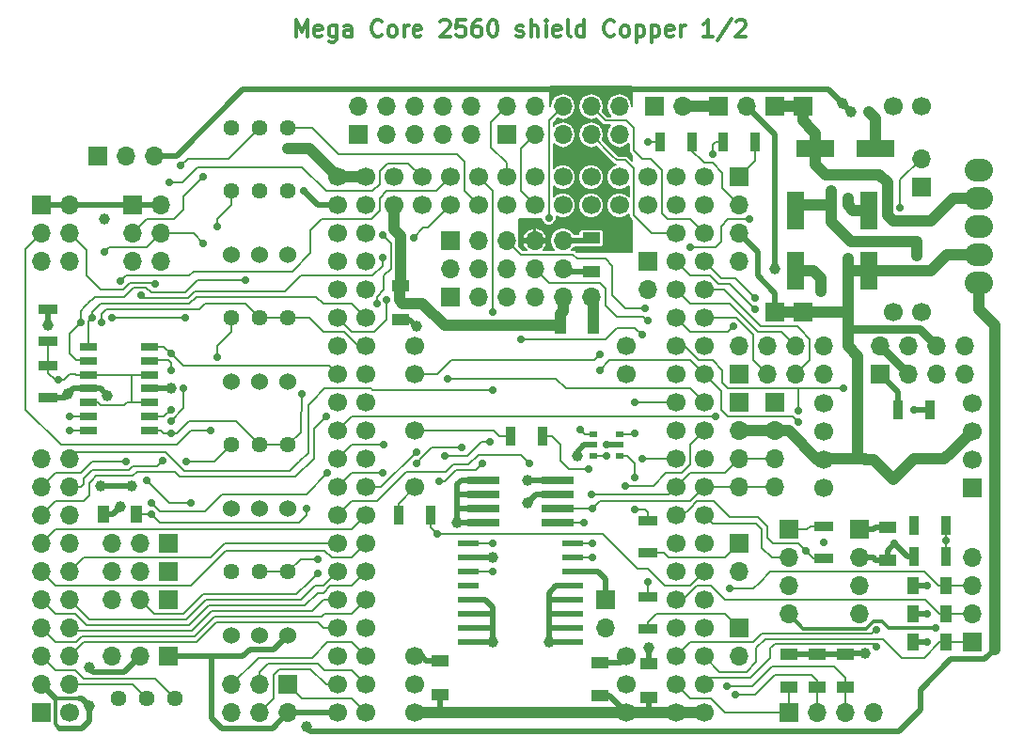
<source format=gbr>
G04 #@! TF.FileFunction,Copper,L1,Top,Signal*
%FSLAX46Y46*%
G04 Gerber Fmt 4.6, Leading zero omitted, Abs format (unit mm)*
G04 Created by KiCad (PCBNEW 4.0.7) date 11/20/17 08:28:57*
%MOMM*%
%LPD*%
G01*
G04 APERTURE LIST*
%ADD10C,0.100000*%
%ADD11C,0.300000*%
%ADD12R,1.700000X1.700000*%
%ADD13C,1.700000*%
%ADD14O,1.700000X1.700000*%
%ADD15R,1.000000X1.600000*%
%ADD16R,0.900000X1.700000*%
%ADD17R,1.600000X1.000000*%
%ADD18R,1.700000X0.900000*%
%ADD19R,1.980000X0.530000*%
%ADD20R,3.000000X0.650000*%
%ADD21R,0.800000X0.550000*%
%ADD22R,1.597660X0.698500*%
%ADD23C,1.440000*%
%ADD24C,1.524000*%
%ADD25O,2.540000X2.032000*%
%ADD26R,3.500000X1.600000*%
%ADD27R,1.600000X3.500000*%
%ADD28C,1.000000*%
%ADD29C,0.700000*%
%ADD30C,0.500000*%
%ADD31C,1.000000*%
%ADD32C,0.750000*%
%ADD33C,0.210000*%
%ADD34C,0.310000*%
G04 APERTURE END LIST*
D10*
D11*
X165683236Y-58113051D02*
X165683236Y-56613051D01*
X166183236Y-57684480D01*
X166683236Y-56613051D01*
X166683236Y-58113051D01*
X167968950Y-58041623D02*
X167826093Y-58113051D01*
X167540379Y-58113051D01*
X167397522Y-58041623D01*
X167326093Y-57898766D01*
X167326093Y-57327337D01*
X167397522Y-57184480D01*
X167540379Y-57113051D01*
X167826093Y-57113051D01*
X167968950Y-57184480D01*
X168040379Y-57327337D01*
X168040379Y-57470194D01*
X167326093Y-57613051D01*
X169326093Y-57113051D02*
X169326093Y-58327337D01*
X169254664Y-58470194D01*
X169183236Y-58541623D01*
X169040379Y-58613051D01*
X168826093Y-58613051D01*
X168683236Y-58541623D01*
X169326093Y-58041623D02*
X169183236Y-58113051D01*
X168897522Y-58113051D01*
X168754664Y-58041623D01*
X168683236Y-57970194D01*
X168611807Y-57827337D01*
X168611807Y-57398766D01*
X168683236Y-57255909D01*
X168754664Y-57184480D01*
X168897522Y-57113051D01*
X169183236Y-57113051D01*
X169326093Y-57184480D01*
X170683236Y-58113051D02*
X170683236Y-57327337D01*
X170611807Y-57184480D01*
X170468950Y-57113051D01*
X170183236Y-57113051D01*
X170040379Y-57184480D01*
X170683236Y-58041623D02*
X170540379Y-58113051D01*
X170183236Y-58113051D01*
X170040379Y-58041623D01*
X169968950Y-57898766D01*
X169968950Y-57755909D01*
X170040379Y-57613051D01*
X170183236Y-57541623D01*
X170540379Y-57541623D01*
X170683236Y-57470194D01*
X173397522Y-57970194D02*
X173326093Y-58041623D01*
X173111807Y-58113051D01*
X172968950Y-58113051D01*
X172754665Y-58041623D01*
X172611807Y-57898766D01*
X172540379Y-57755909D01*
X172468950Y-57470194D01*
X172468950Y-57255909D01*
X172540379Y-56970194D01*
X172611807Y-56827337D01*
X172754665Y-56684480D01*
X172968950Y-56613051D01*
X173111807Y-56613051D01*
X173326093Y-56684480D01*
X173397522Y-56755909D01*
X174254665Y-58113051D02*
X174111807Y-58041623D01*
X174040379Y-57970194D01*
X173968950Y-57827337D01*
X173968950Y-57398766D01*
X174040379Y-57255909D01*
X174111807Y-57184480D01*
X174254665Y-57113051D01*
X174468950Y-57113051D01*
X174611807Y-57184480D01*
X174683236Y-57255909D01*
X174754665Y-57398766D01*
X174754665Y-57827337D01*
X174683236Y-57970194D01*
X174611807Y-58041623D01*
X174468950Y-58113051D01*
X174254665Y-58113051D01*
X175397522Y-58113051D02*
X175397522Y-57113051D01*
X175397522Y-57398766D02*
X175468950Y-57255909D01*
X175540379Y-57184480D01*
X175683236Y-57113051D01*
X175826093Y-57113051D01*
X176897521Y-58041623D02*
X176754664Y-58113051D01*
X176468950Y-58113051D01*
X176326093Y-58041623D01*
X176254664Y-57898766D01*
X176254664Y-57327337D01*
X176326093Y-57184480D01*
X176468950Y-57113051D01*
X176754664Y-57113051D01*
X176897521Y-57184480D01*
X176968950Y-57327337D01*
X176968950Y-57470194D01*
X176254664Y-57613051D01*
X178683235Y-56755909D02*
X178754664Y-56684480D01*
X178897521Y-56613051D01*
X179254664Y-56613051D01*
X179397521Y-56684480D01*
X179468950Y-56755909D01*
X179540378Y-56898766D01*
X179540378Y-57041623D01*
X179468950Y-57255909D01*
X178611807Y-58113051D01*
X179540378Y-58113051D01*
X180897521Y-56613051D02*
X180183235Y-56613051D01*
X180111806Y-57327337D01*
X180183235Y-57255909D01*
X180326092Y-57184480D01*
X180683235Y-57184480D01*
X180826092Y-57255909D01*
X180897521Y-57327337D01*
X180968949Y-57470194D01*
X180968949Y-57827337D01*
X180897521Y-57970194D01*
X180826092Y-58041623D01*
X180683235Y-58113051D01*
X180326092Y-58113051D01*
X180183235Y-58041623D01*
X180111806Y-57970194D01*
X182254663Y-56613051D02*
X181968949Y-56613051D01*
X181826092Y-56684480D01*
X181754663Y-56755909D01*
X181611806Y-56970194D01*
X181540377Y-57255909D01*
X181540377Y-57827337D01*
X181611806Y-57970194D01*
X181683234Y-58041623D01*
X181826092Y-58113051D01*
X182111806Y-58113051D01*
X182254663Y-58041623D01*
X182326092Y-57970194D01*
X182397520Y-57827337D01*
X182397520Y-57470194D01*
X182326092Y-57327337D01*
X182254663Y-57255909D01*
X182111806Y-57184480D01*
X181826092Y-57184480D01*
X181683234Y-57255909D01*
X181611806Y-57327337D01*
X181540377Y-57470194D01*
X183326091Y-56613051D02*
X183468948Y-56613051D01*
X183611805Y-56684480D01*
X183683234Y-56755909D01*
X183754663Y-56898766D01*
X183826091Y-57184480D01*
X183826091Y-57541623D01*
X183754663Y-57827337D01*
X183683234Y-57970194D01*
X183611805Y-58041623D01*
X183468948Y-58113051D01*
X183326091Y-58113051D01*
X183183234Y-58041623D01*
X183111805Y-57970194D01*
X183040377Y-57827337D01*
X182968948Y-57541623D01*
X182968948Y-57184480D01*
X183040377Y-56898766D01*
X183111805Y-56755909D01*
X183183234Y-56684480D01*
X183326091Y-56613051D01*
X185540376Y-58041623D02*
X185683233Y-58113051D01*
X185968948Y-58113051D01*
X186111805Y-58041623D01*
X186183233Y-57898766D01*
X186183233Y-57827337D01*
X186111805Y-57684480D01*
X185968948Y-57613051D01*
X185754662Y-57613051D01*
X185611805Y-57541623D01*
X185540376Y-57398766D01*
X185540376Y-57327337D01*
X185611805Y-57184480D01*
X185754662Y-57113051D01*
X185968948Y-57113051D01*
X186111805Y-57184480D01*
X186826091Y-58113051D02*
X186826091Y-56613051D01*
X187468948Y-58113051D02*
X187468948Y-57327337D01*
X187397519Y-57184480D01*
X187254662Y-57113051D01*
X187040377Y-57113051D01*
X186897519Y-57184480D01*
X186826091Y-57255909D01*
X188183234Y-58113051D02*
X188183234Y-57113051D01*
X188183234Y-56613051D02*
X188111805Y-56684480D01*
X188183234Y-56755909D01*
X188254662Y-56684480D01*
X188183234Y-56613051D01*
X188183234Y-56755909D01*
X189468948Y-58041623D02*
X189326091Y-58113051D01*
X189040377Y-58113051D01*
X188897520Y-58041623D01*
X188826091Y-57898766D01*
X188826091Y-57327337D01*
X188897520Y-57184480D01*
X189040377Y-57113051D01*
X189326091Y-57113051D01*
X189468948Y-57184480D01*
X189540377Y-57327337D01*
X189540377Y-57470194D01*
X188826091Y-57613051D01*
X190397520Y-58113051D02*
X190254662Y-58041623D01*
X190183234Y-57898766D01*
X190183234Y-56613051D01*
X191611805Y-58113051D02*
X191611805Y-56613051D01*
X191611805Y-58041623D02*
X191468948Y-58113051D01*
X191183234Y-58113051D01*
X191040376Y-58041623D01*
X190968948Y-57970194D01*
X190897519Y-57827337D01*
X190897519Y-57398766D01*
X190968948Y-57255909D01*
X191040376Y-57184480D01*
X191183234Y-57113051D01*
X191468948Y-57113051D01*
X191611805Y-57184480D01*
X194326091Y-57970194D02*
X194254662Y-58041623D01*
X194040376Y-58113051D01*
X193897519Y-58113051D01*
X193683234Y-58041623D01*
X193540376Y-57898766D01*
X193468948Y-57755909D01*
X193397519Y-57470194D01*
X193397519Y-57255909D01*
X193468948Y-56970194D01*
X193540376Y-56827337D01*
X193683234Y-56684480D01*
X193897519Y-56613051D01*
X194040376Y-56613051D01*
X194254662Y-56684480D01*
X194326091Y-56755909D01*
X195183234Y-58113051D02*
X195040376Y-58041623D01*
X194968948Y-57970194D01*
X194897519Y-57827337D01*
X194897519Y-57398766D01*
X194968948Y-57255909D01*
X195040376Y-57184480D01*
X195183234Y-57113051D01*
X195397519Y-57113051D01*
X195540376Y-57184480D01*
X195611805Y-57255909D01*
X195683234Y-57398766D01*
X195683234Y-57827337D01*
X195611805Y-57970194D01*
X195540376Y-58041623D01*
X195397519Y-58113051D01*
X195183234Y-58113051D01*
X196326091Y-57113051D02*
X196326091Y-58613051D01*
X196326091Y-57184480D02*
X196468948Y-57113051D01*
X196754662Y-57113051D01*
X196897519Y-57184480D01*
X196968948Y-57255909D01*
X197040377Y-57398766D01*
X197040377Y-57827337D01*
X196968948Y-57970194D01*
X196897519Y-58041623D01*
X196754662Y-58113051D01*
X196468948Y-58113051D01*
X196326091Y-58041623D01*
X197683234Y-57113051D02*
X197683234Y-58613051D01*
X197683234Y-57184480D02*
X197826091Y-57113051D01*
X198111805Y-57113051D01*
X198254662Y-57184480D01*
X198326091Y-57255909D01*
X198397520Y-57398766D01*
X198397520Y-57827337D01*
X198326091Y-57970194D01*
X198254662Y-58041623D01*
X198111805Y-58113051D01*
X197826091Y-58113051D01*
X197683234Y-58041623D01*
X199611805Y-58041623D02*
X199468948Y-58113051D01*
X199183234Y-58113051D01*
X199040377Y-58041623D01*
X198968948Y-57898766D01*
X198968948Y-57327337D01*
X199040377Y-57184480D01*
X199183234Y-57113051D01*
X199468948Y-57113051D01*
X199611805Y-57184480D01*
X199683234Y-57327337D01*
X199683234Y-57470194D01*
X198968948Y-57613051D01*
X200326091Y-58113051D02*
X200326091Y-57113051D01*
X200326091Y-57398766D02*
X200397519Y-57255909D01*
X200468948Y-57184480D01*
X200611805Y-57113051D01*
X200754662Y-57113051D01*
X203183233Y-58113051D02*
X202326090Y-58113051D01*
X202754662Y-58113051D02*
X202754662Y-56613051D01*
X202611805Y-56827337D01*
X202468947Y-56970194D01*
X202326090Y-57041623D01*
X204897518Y-56541623D02*
X203611804Y-58470194D01*
X205326090Y-56755909D02*
X205397519Y-56684480D01*
X205540376Y-56613051D01*
X205897519Y-56613051D01*
X206040376Y-56684480D01*
X206111805Y-56755909D01*
X206183233Y-56898766D01*
X206183233Y-57041623D01*
X206111805Y-57255909D01*
X205254662Y-58113051D01*
X206183233Y-58113051D01*
D12*
X208757520Y-64419480D03*
X208767520Y-82961480D03*
X211297520Y-64419480D03*
X211297520Y-82961480D03*
D13*
X219425520Y-64419480D03*
X219425520Y-82961480D03*
X221965520Y-64419480D03*
X221965520Y-82961480D03*
D12*
X221965520Y-71658480D03*
D14*
X221965520Y-69118480D03*
D12*
X197327520Y-78389480D03*
D14*
X197327520Y-80929480D03*
D12*
X179547520Y-76484480D03*
D14*
X179547520Y-79024480D03*
X182087520Y-76484480D03*
X182087520Y-79024480D03*
X184627520Y-76484480D03*
X184627520Y-79024480D03*
X187167520Y-76484480D03*
X187167520Y-79024480D03*
X189707520Y-76484480D03*
X189707520Y-79024480D03*
D13*
X195422520Y-86009480D03*
X195422520Y-88549480D03*
X176372520Y-86009480D03*
X176372520Y-88549480D03*
X176372520Y-93629480D03*
X176372520Y-98709480D03*
X176372520Y-113949480D03*
X176372520Y-116489480D03*
X176372520Y-119029480D03*
X195422520Y-119029480D03*
X195422520Y-116489480D03*
X195422520Y-113949480D03*
D15*
X224227520Y-112679480D03*
X221227520Y-112679480D03*
X224227520Y-110139480D03*
X221227520Y-110139480D03*
X224227520Y-107599480D03*
X221227520Y-107599480D03*
D16*
X221277520Y-104932480D03*
X224177520Y-104932480D03*
X221277520Y-102138480D03*
X224177520Y-102138480D03*
D17*
X218917520Y-102289480D03*
X218917520Y-105289480D03*
D12*
X226537520Y-112679480D03*
D14*
X226537520Y-110139480D03*
X226537520Y-107599480D03*
X226537520Y-105059480D03*
D13*
X187167520Y-73309480D03*
X189707520Y-73309480D03*
X192247520Y-73309480D03*
X194787520Y-73309480D03*
X197327520Y-73309480D03*
X184627520Y-73309480D03*
X182087520Y-73309480D03*
X179547520Y-73309480D03*
X177007520Y-73309480D03*
X174467520Y-73309480D03*
X197327520Y-70769480D03*
X194787520Y-70769480D03*
X192247520Y-70769480D03*
X189707520Y-70769480D03*
X187167520Y-70769480D03*
X184627520Y-70769480D03*
X182087520Y-70769480D03*
X179547520Y-70769480D03*
X177007520Y-70769480D03*
X174467520Y-70769480D03*
X199867520Y-70769480D03*
X199867520Y-73309480D03*
X199867520Y-75849480D03*
X199867520Y-78389480D03*
X199867520Y-80929480D03*
X199867520Y-83469480D03*
X199867520Y-86009480D03*
X199867520Y-88549480D03*
X199867520Y-91089480D03*
X199867520Y-93629480D03*
X199867520Y-96169480D03*
X199867520Y-98709480D03*
X199867520Y-101249480D03*
X199867520Y-103789480D03*
X199867520Y-106329480D03*
X199867520Y-108869480D03*
X199867520Y-111409480D03*
X199867520Y-113949480D03*
X199867520Y-116489480D03*
X199867520Y-119029480D03*
X202407520Y-70769480D03*
X202407520Y-73309480D03*
X202407520Y-75849480D03*
X202407520Y-78389480D03*
X202407520Y-80929480D03*
X202407520Y-83469480D03*
X202407520Y-86009480D03*
X202407520Y-88549480D03*
X202407520Y-91089480D03*
X202407520Y-93629480D03*
X202407520Y-96169480D03*
X202407520Y-98709480D03*
X202407520Y-101249480D03*
X202407520Y-103789480D03*
X202407520Y-106329480D03*
X202407520Y-108869480D03*
X202407520Y-111409480D03*
X202407520Y-113949480D03*
X202407520Y-116489480D03*
X202407520Y-119029480D03*
X171927520Y-70769480D03*
X171927520Y-73309480D03*
X171927520Y-75849480D03*
X171927520Y-78389480D03*
X171927520Y-80929480D03*
X171927520Y-83469480D03*
X171927520Y-86009480D03*
X171927520Y-88549480D03*
X171927520Y-91089480D03*
X171927520Y-93629480D03*
X171927520Y-96169480D03*
X171927520Y-98709480D03*
X171927520Y-101249480D03*
X171927520Y-103789480D03*
X171927520Y-106329480D03*
X171927520Y-108869480D03*
X171927520Y-111409480D03*
X171927520Y-113949480D03*
X171927520Y-116489480D03*
X171927520Y-119029480D03*
X169387520Y-119029480D03*
X169387520Y-116489480D03*
X169387520Y-113949480D03*
X169387520Y-111409480D03*
X169387520Y-108869480D03*
X169387520Y-106329480D03*
X169387520Y-103789480D03*
X169387520Y-101249480D03*
X169387520Y-98709480D03*
X169387520Y-96169480D03*
X169387520Y-93629480D03*
X169387520Y-91089480D03*
X169387520Y-88549480D03*
X169387520Y-86009480D03*
X169387520Y-83469480D03*
X169387520Y-80929480D03*
X169387520Y-78389480D03*
X169387520Y-75849480D03*
X169387520Y-73309480D03*
X169387520Y-70769480D03*
D12*
X210027520Y-119029480D03*
D14*
X212567520Y-119029480D03*
X215107520Y-119029480D03*
X217647520Y-119029480D03*
D17*
X215107520Y-116719480D03*
X215107520Y-113719480D03*
X212567520Y-116719480D03*
X212567520Y-113719480D03*
X210027520Y-116719480D03*
X210027520Y-113719480D03*
D12*
X205582520Y-111409480D03*
D14*
X205582520Y-113949480D03*
D18*
X213202520Y-105112480D03*
X213202520Y-102212480D03*
D12*
X216377520Y-102519480D03*
D14*
X216377520Y-105059480D03*
X216377520Y-107599480D03*
X216377520Y-110139480D03*
D12*
X210027520Y-102519480D03*
D14*
X210027520Y-105059480D03*
X210027520Y-107599480D03*
X210027520Y-110139480D03*
D12*
X205582520Y-103789480D03*
D14*
X205582520Y-106329480D03*
D16*
X219880520Y-91724480D03*
X222780520Y-91724480D03*
D12*
X208757520Y-91089480D03*
D14*
X208757520Y-93629480D03*
X208757520Y-96169480D03*
X208757520Y-98709480D03*
D12*
X205582520Y-91089480D03*
D14*
X205582520Y-93629480D03*
X205582520Y-96169480D03*
X205582520Y-98709480D03*
D13*
X226537520Y-91152980D03*
X226537520Y-93692980D03*
X226537520Y-96232980D03*
D12*
X226537520Y-98772980D03*
D13*
X213202520Y-91102180D03*
X213202520Y-93642180D03*
X213202520Y-96182180D03*
X213202520Y-98722180D03*
X213202520Y-98722180D03*
X213202520Y-96182180D03*
X213202520Y-93642180D03*
X213202520Y-91102180D03*
D12*
X205582520Y-70769480D03*
D14*
X205582520Y-73309480D03*
X205582520Y-75849480D03*
X205582520Y-78389480D03*
D16*
X207032520Y-67594480D03*
X204132520Y-67594480D03*
X201317520Y-67594480D03*
X198417520Y-67594480D03*
D12*
X203677520Y-64419480D03*
D14*
X206217520Y-64419480D03*
D12*
X197962520Y-64419480D03*
D14*
X200502520Y-64419480D03*
D12*
X179547520Y-81564480D03*
D14*
X182087520Y-81564480D03*
X184627520Y-81564480D03*
X187167520Y-81564480D03*
X189707520Y-81564480D03*
X192247520Y-81564480D03*
D17*
X197454520Y-114608480D03*
X197454520Y-117608480D03*
X193009520Y-117481480D03*
X193009520Y-114481480D03*
X178658520Y-117354480D03*
X178658520Y-114354480D03*
D19*
X181212520Y-103789480D03*
X181212520Y-105059480D03*
X181212520Y-106329480D03*
X181212520Y-107599480D03*
X181212520Y-108869480D03*
X181212520Y-110139480D03*
X181212520Y-111409480D03*
X181212520Y-112679480D03*
X190582520Y-112679480D03*
X190582520Y-111409480D03*
X190582520Y-110139480D03*
X190582520Y-108869480D03*
X190582520Y-107599480D03*
X190582520Y-106329480D03*
X190582520Y-105059480D03*
X190582520Y-103789480D03*
D12*
X193517520Y-108869480D03*
D14*
X193517520Y-111409480D03*
D18*
X197327520Y-111462480D03*
X197327520Y-108562480D03*
X197327520Y-104604480D03*
X197327520Y-101704480D03*
D16*
X177822520Y-101249480D03*
X174922520Y-101249480D03*
D20*
X189247520Y-98074480D03*
X189247520Y-99344480D03*
X189247520Y-100614480D03*
X189247520Y-101884480D03*
X182547520Y-101884480D03*
X182547520Y-100614480D03*
X182547520Y-99344480D03*
X182547520Y-98074480D03*
D21*
X192444520Y-93949480D03*
X192444520Y-94899480D03*
X192444520Y-95849480D03*
X194844520Y-95849480D03*
X194844520Y-94899480D03*
X194844520Y-93949480D03*
D16*
X187855520Y-94137480D03*
X184955520Y-94137480D03*
D12*
X147797520Y-68864480D03*
D14*
X150337520Y-68864480D03*
X152877520Y-68864480D03*
D12*
X150972520Y-73309480D03*
D14*
X153512520Y-73309480D03*
X150972520Y-75849480D03*
X153512520Y-75849480D03*
X150972520Y-78389480D03*
X153512520Y-78389480D03*
D12*
X142717520Y-73309480D03*
D14*
X145257520Y-73309480D03*
X142717520Y-75849480D03*
X145257520Y-75849480D03*
X142717520Y-78389480D03*
X145257520Y-78389480D03*
D18*
X143352520Y-85554480D03*
X143352520Y-82654480D03*
X143352520Y-90634480D03*
X143352520Y-87734480D03*
D12*
X142717520Y-119029480D03*
D14*
X145257520Y-116489480D03*
X142717520Y-116489480D03*
X145257520Y-113949480D03*
X142717520Y-113949480D03*
X145257520Y-111409480D03*
X142717520Y-111409480D03*
X145257520Y-108869480D03*
X142717520Y-108869480D03*
X145257520Y-106329480D03*
X142717520Y-106329480D03*
X145257520Y-103789480D03*
X142717520Y-103789480D03*
X145257520Y-101249480D03*
X142717520Y-101249480D03*
X145257520Y-98709480D03*
X142717520Y-98709480D03*
X145257520Y-96169480D03*
X142717520Y-96169480D03*
D13*
X145257520Y-119029480D03*
D22*
X146954240Y-86012020D03*
X146954240Y-87282020D03*
X146954240Y-88552020D03*
X146954240Y-89819480D03*
X146954240Y-91086940D03*
X146954240Y-92356940D03*
X146954240Y-93626940D03*
X152450800Y-93626940D03*
X152450800Y-92356940D03*
X152450800Y-91086940D03*
X152450800Y-89819480D03*
X152450800Y-88552020D03*
X152450800Y-87282020D03*
X152450800Y-86012020D03*
D15*
X151329520Y-101122480D03*
X148329520Y-101122480D03*
D12*
X154147520Y-103789480D03*
D14*
X151607520Y-103789480D03*
X149067520Y-103789480D03*
D12*
X154147520Y-106329480D03*
D14*
X151607520Y-106329480D03*
X149067520Y-106329480D03*
D12*
X154147520Y-108869480D03*
D14*
X151607520Y-108869480D03*
X149067520Y-108869480D03*
D12*
X154147520Y-113949480D03*
D14*
X151607520Y-113949480D03*
X149067520Y-113949480D03*
D23*
X149702520Y-117759480D03*
X152242520Y-117759480D03*
X154782520Y-117759480D03*
D12*
X164942520Y-116489480D03*
D14*
X164942520Y-119029480D03*
X162402520Y-116489480D03*
X162402520Y-119029480D03*
X159862520Y-116489480D03*
X159862520Y-119029480D03*
D24*
X162402520Y-112044480D03*
X164942520Y-112044480D03*
X159862520Y-112044480D03*
D23*
X159862520Y-106329480D03*
X162402520Y-106329480D03*
X164942520Y-106329480D03*
D24*
X162402520Y-100614480D03*
X164942520Y-100614480D03*
X159862520Y-100614480D03*
D23*
X159862520Y-94899480D03*
X162402520Y-94899480D03*
X164942520Y-94899480D03*
D24*
X162402520Y-89184480D03*
X164942520Y-89184480D03*
X159862520Y-89184480D03*
D23*
X159862520Y-83469480D03*
X162402520Y-83469480D03*
X164942520Y-83469480D03*
X159862520Y-72039480D03*
X162402520Y-72039480D03*
X164942520Y-72039480D03*
D24*
X162402520Y-77754480D03*
X164942520Y-77754480D03*
X159862520Y-77754480D03*
D23*
X159862520Y-66324480D03*
X162402520Y-66324480D03*
X164942520Y-66324480D03*
D17*
X175102520Y-83572480D03*
X175102520Y-80572480D03*
D15*
X192477520Y-84104480D03*
X189477520Y-84104480D03*
D25*
X227172520Y-70134480D03*
X227172520Y-72674480D03*
X227172520Y-75214480D03*
X227172520Y-77754480D03*
X227172520Y-80294480D03*
D12*
X205582520Y-88549480D03*
D14*
X205582520Y-86009480D03*
X208122520Y-88549480D03*
X208122520Y-86009480D03*
X210662520Y-88549480D03*
X210662520Y-86009480D03*
X213202520Y-88549480D03*
X213202520Y-86009480D03*
D12*
X171292520Y-66959480D03*
D14*
X171292520Y-64419480D03*
X173832520Y-66959480D03*
X173832520Y-64419480D03*
X176372520Y-66959480D03*
X176372520Y-64419480D03*
X178912520Y-66959480D03*
X178912520Y-64419480D03*
X181452520Y-66959480D03*
X181452520Y-64419480D03*
D12*
X184627520Y-66959480D03*
D14*
X184627520Y-64419480D03*
X187167520Y-66959480D03*
X187167520Y-64419480D03*
X189707520Y-66959480D03*
X189707520Y-64419480D03*
X192247520Y-66959480D03*
X192247520Y-64419480D03*
X194787520Y-66959480D03*
X194787520Y-64419480D03*
D12*
X218282520Y-88549480D03*
D14*
X218282520Y-86009480D03*
X220822520Y-88549480D03*
X220822520Y-86009480D03*
X223362520Y-88549480D03*
X223362520Y-86009480D03*
X225902520Y-88549480D03*
X225902520Y-86009480D03*
D26*
X212407520Y-68229480D03*
X217807520Y-68229480D03*
D17*
X192247520Y-79254480D03*
X192247520Y-76254480D03*
D27*
X217266520Y-79184480D03*
X217266520Y-73784480D03*
X210662520Y-73784480D03*
X210662520Y-79184480D03*
D28*
X176499520Y-84231480D03*
D29*
X215361520Y-72674480D03*
X212948520Y-81056480D03*
D28*
X190977520Y-95915480D03*
D29*
X217266520Y-64927480D03*
X213202520Y-103662480D03*
D28*
X154401520Y-89819480D03*
D29*
X222473520Y-107599480D03*
X222473520Y-112679480D03*
X222473520Y-110139480D03*
D28*
X164942520Y-68229480D03*
X216885520Y-113695480D03*
X188437520Y-112679480D03*
X183357520Y-112679480D03*
X186532520Y-100106480D03*
X180182520Y-101884480D03*
X197454520Y-113187480D03*
X149829520Y-100487480D03*
X148432520Y-74579480D03*
X143352520Y-84104480D03*
X224251520Y-77754480D03*
D29*
X219552520Y-103789480D03*
X193644520Y-94899480D03*
D28*
X148051520Y-98582480D03*
X150845520Y-98582480D03*
X148686520Y-90454480D03*
X189707520Y-119029480D03*
X215361520Y-79278480D03*
X215361520Y-78135480D03*
X191104520Y-119029480D03*
X220314520Y-97185480D03*
X219489020Y-98010980D03*
X183357520Y-105059480D03*
X186532520Y-98074480D03*
X145130520Y-90327480D03*
D29*
X153639520Y-96296480D03*
X155544520Y-89819480D03*
X154401520Y-92740480D03*
X155290520Y-69753480D03*
D28*
X208757520Y-79024480D03*
D29*
X221330520Y-91724480D03*
X196184520Y-97820480D03*
X196184520Y-100741480D03*
X144241520Y-89057480D03*
X146273520Y-83850480D03*
X161132520Y-80040480D03*
X149067520Y-83469480D03*
X155671520Y-83469480D03*
X145257520Y-92359480D03*
X154401520Y-91724480D03*
X154401520Y-88144480D03*
X158592520Y-75214480D03*
X158592520Y-87025480D03*
X155798520Y-96423480D03*
X183357520Y-106329480D03*
X183357520Y-103789480D03*
X223235520Y-111409480D03*
X157957520Y-93629480D03*
X166339520Y-72039480D03*
X156179520Y-100106480D03*
X152242520Y-98074480D03*
X153004520Y-80421480D03*
X157322520Y-70769480D03*
X157322520Y-76738480D03*
X148432520Y-77500480D03*
X150337520Y-96423480D03*
X151734520Y-81437480D03*
X173451520Y-78008480D03*
X176245520Y-76230480D03*
X168371520Y-92359480D03*
X173451520Y-75976480D03*
X172943520Y-82199480D03*
X183357520Y-82961480D03*
X183357520Y-89946480D03*
X149829520Y-80167480D03*
X154274520Y-71277480D03*
X179293520Y-88930480D03*
X180563520Y-95153480D03*
X176499520Y-96550480D03*
X182468520Y-96550480D03*
X178531520Y-98201480D03*
X179039520Y-95915480D03*
X183103520Y-94645480D03*
X167609520Y-106456480D03*
X168498520Y-97439480D03*
X152623520Y-100106480D03*
X166593520Y-100614480D03*
X152623520Y-101122480D03*
X205201520Y-117378480D03*
X204439520Y-116616480D03*
X204693520Y-107853480D03*
X147289520Y-83469480D03*
X145260060Y-93626940D03*
X148178520Y-83850480D03*
X154401520Y-93883480D03*
X166212520Y-90327480D03*
X167609520Y-105186480D03*
X154401520Y-86644480D03*
X206979520Y-82707480D03*
X205074520Y-84231480D03*
X188437520Y-74452480D03*
X186659520Y-96550480D03*
X173832520Y-81818480D03*
X191231520Y-93502480D03*
X214980520Y-89819480D03*
X210916520Y-91851480D03*
X196184520Y-91089480D03*
X196184520Y-93883480D03*
X196819520Y-96169480D03*
X185897520Y-85374480D03*
X196819520Y-84993480D03*
X192247520Y-99344480D03*
X191612520Y-101884480D03*
X192374520Y-105059480D03*
X197327520Y-83723480D03*
X191993520Y-97058480D03*
X217901520Y-111536480D03*
X206979520Y-81691480D03*
X193644520Y-95915480D03*
X210916520Y-92867480D03*
X193009520Y-88168480D03*
X195295520Y-98582480D03*
X197327520Y-107218480D03*
X192374520Y-103789480D03*
X192374520Y-100614480D03*
X197073520Y-82580480D03*
X178404520Y-102900480D03*
X217901520Y-113060480D03*
X176499520Y-95534480D03*
X173451520Y-97439480D03*
X173578520Y-94899480D03*
X203423520Y-92359480D03*
D28*
X147035520Y-114965480D03*
X147035520Y-118394480D03*
X166593520Y-120299480D03*
X215615520Y-64927480D03*
X214853520Y-64165480D03*
X213837520Y-73309480D03*
X221584520Y-76611480D03*
X221584520Y-77881480D03*
X213837520Y-72039480D03*
D29*
X203169520Y-68737480D03*
X193009520Y-86771480D03*
X197327520Y-67594480D03*
X211551520Y-104424480D03*
X224177520Y-103535480D03*
X206471520Y-74579480D03*
X201137520Y-77119480D03*
X220060520Y-73563480D03*
D30*
X174975520Y-83572480D02*
X175840520Y-83572480D01*
X176499520Y-84231480D02*
X175840520Y-83572480D01*
D31*
X217266520Y-73784480D02*
X215836520Y-73784480D01*
X215361520Y-73309480D02*
X215361520Y-72674480D01*
X215836520Y-73784480D02*
X215361520Y-73309480D01*
X210662520Y-79184480D02*
X212219520Y-79184480D01*
X212948520Y-79913480D02*
X212948520Y-81056480D01*
X212219520Y-79184480D02*
X212948520Y-79913480D01*
D30*
X192444520Y-94899480D02*
X191612520Y-94899480D01*
X190977520Y-95534480D02*
X190977520Y-95915480D01*
X191612520Y-94899480D02*
X190977520Y-95534480D01*
D31*
X217807520Y-65468480D02*
X217266520Y-64927480D01*
X217807520Y-68229480D02*
X217807520Y-65468480D01*
D30*
X152450800Y-89819480D02*
X154147520Y-89819480D01*
X154147520Y-89819480D02*
X154401520Y-89819480D01*
X221227520Y-107599480D02*
X222473520Y-107599480D01*
X221227520Y-112679480D02*
X222473520Y-112679480D01*
X221227520Y-110139480D02*
X222346520Y-110139480D01*
X222346520Y-110139480D02*
X222473520Y-110139480D01*
X192247520Y-76254480D02*
X192017520Y-76484480D01*
X192017520Y-76484480D02*
X189707520Y-76484480D01*
X218917520Y-102289480D02*
X217877520Y-102289480D01*
X217647520Y-102519480D02*
X216377520Y-102519480D01*
X217877520Y-102289480D02*
X217647520Y-102519480D01*
D31*
X169387520Y-70769480D02*
X166847520Y-68229480D01*
X166847520Y-68229480D02*
X164942520Y-68229480D01*
D30*
X171927520Y-70769480D02*
X171927520Y-70515480D01*
D31*
X169387520Y-70769480D02*
X171927520Y-70769480D01*
D30*
X193009520Y-114481480D02*
X194890520Y-114481480D01*
X194890520Y-114481480D02*
X195422520Y-113949480D01*
X176372520Y-113949480D02*
X177007520Y-113949480D01*
X177007520Y-113949480D02*
X177412520Y-114354480D01*
X178658520Y-114354480D02*
X177412520Y-114354480D01*
X215107520Y-113719480D02*
X215131520Y-113695480D01*
X215131520Y-113695480D02*
X216885520Y-113695480D01*
X190582520Y-108869480D02*
X188437520Y-108869480D01*
X190582520Y-110139480D02*
X188437520Y-110139480D01*
X190582520Y-111409480D02*
X188437520Y-111409480D01*
X190582520Y-107599480D02*
X189072520Y-107599480D01*
X188437520Y-112679480D02*
X190582520Y-112679480D01*
X188437520Y-108234480D02*
X188437520Y-108869480D01*
X188437520Y-108869480D02*
X188437520Y-110139480D01*
X188437520Y-110139480D02*
X188437520Y-111409480D01*
X188437520Y-111409480D02*
X188437520Y-112679480D01*
X189072520Y-107599480D02*
X188437520Y-108234480D01*
X181212520Y-111409480D02*
X183357520Y-111409480D01*
X181212520Y-110139480D02*
X183357520Y-110139480D01*
X181212520Y-108869480D02*
X182722520Y-108869480D01*
X183357520Y-112679480D02*
X181212520Y-112679480D01*
X183357520Y-109504480D02*
X183357520Y-110139480D01*
X183357520Y-110139480D02*
X183357520Y-111409480D01*
X183357520Y-111409480D02*
X183357520Y-112679480D01*
X182722520Y-108869480D02*
X183357520Y-109504480D01*
X187294520Y-99344480D02*
X189247520Y-99344480D01*
X186532520Y-100106480D02*
X187294520Y-99344480D01*
X182547520Y-100614480D02*
X180182520Y-100614480D01*
X180182520Y-100614480D02*
X180309520Y-100614480D01*
X180309520Y-100614480D02*
X180182520Y-100614480D01*
X182547520Y-99344480D02*
X180182520Y-99344480D01*
X180182520Y-99344480D02*
X180182520Y-99471480D01*
X182547520Y-98074480D02*
X180563520Y-98074480D01*
X180182520Y-101884480D02*
X182222520Y-101884480D01*
X180182520Y-98455480D02*
X180182520Y-99471480D01*
X180182520Y-99471480D02*
X180182520Y-100614480D01*
X180182520Y-100614480D02*
X180182520Y-101884480D01*
X180563520Y-98074480D02*
X180182520Y-98455480D01*
X197454520Y-114608480D02*
X197454520Y-113187480D01*
X148329520Y-101122480D02*
X149194520Y-101122480D01*
X149194520Y-101122480D02*
X149829520Y-100487480D01*
X143352520Y-82654480D02*
X143352520Y-84104480D01*
X212567520Y-113719480D02*
X215107520Y-113719480D01*
X210027520Y-113719480D02*
X212567520Y-113719480D01*
D31*
X192477520Y-84104480D02*
X192477520Y-81794480D01*
X192477520Y-81794480D02*
X192247520Y-81564480D01*
X220695520Y-79184480D02*
X222821520Y-79184480D01*
X222821520Y-79184480D02*
X224251520Y-77754480D01*
X217266520Y-79184480D02*
X220695520Y-79184480D01*
X224251520Y-77754480D02*
X227172520Y-77754480D01*
D30*
X221277520Y-104932480D02*
X220695520Y-104932480D01*
X220695520Y-104932480D02*
X219552520Y-103789480D01*
X218917520Y-105289480D02*
X218917520Y-104424480D01*
X218917520Y-104424480D02*
X219552520Y-103789480D01*
D32*
X223362520Y-86009480D02*
X221838520Y-84485480D01*
X215488520Y-84485480D02*
X215361520Y-84612480D01*
X221838520Y-84485480D02*
X215488520Y-84485480D01*
D30*
X193644520Y-94899480D02*
X194844520Y-94899480D01*
X148051520Y-98582480D02*
X150845520Y-98582480D01*
X146954240Y-89819480D02*
X148051520Y-89819480D01*
X148051520Y-89819480D02*
X148686520Y-90454480D01*
X218917520Y-105289480D02*
X217877520Y-105289480D01*
X217877520Y-105289480D02*
X217647520Y-105059480D01*
X217647520Y-105059480D02*
X216377520Y-105059480D01*
D31*
X215361520Y-84739480D02*
X215361520Y-86009480D01*
X216250520Y-86898480D02*
X216250520Y-96169480D01*
X215361520Y-86009480D02*
X216250520Y-86898480D01*
D30*
X158084520Y-114838480D02*
X158084520Y-113949480D01*
X158084520Y-115219480D02*
X158084520Y-114838480D01*
X163545520Y-120426480D02*
X159608520Y-120426480D01*
X164942520Y-119029480D02*
X163545520Y-120426480D01*
X158084520Y-119537480D02*
X158084520Y-115219480D01*
X158973520Y-120426480D02*
X158084520Y-119537480D01*
X159608520Y-120426480D02*
X158973520Y-120426480D01*
X156179520Y-113949480D02*
X157195520Y-113949480D01*
X156179520Y-113949480D02*
X154147520Y-113949480D01*
X157195520Y-113949480D02*
X158084520Y-113949480D01*
X158084520Y-113949480D02*
X160878520Y-113949480D01*
X163672520Y-113314480D02*
X161513520Y-113314480D01*
X163672520Y-113314480D02*
X164942520Y-112044480D01*
X160878520Y-113949480D02*
X161513520Y-113314480D01*
D31*
X208757520Y-93629480D02*
X205582520Y-93629480D01*
X213202520Y-96182180D02*
X212580220Y-96182180D01*
X212580220Y-96182180D02*
X210027520Y-93629480D01*
X210027520Y-93629480D02*
X208757520Y-93629480D01*
X213202520Y-96182180D02*
X212961220Y-96182180D01*
X215234520Y-96169480D02*
X213215220Y-96169480D01*
X213215220Y-96169480D02*
X213202520Y-96182180D01*
X216885520Y-96169480D02*
X216250520Y-96169480D01*
X216898220Y-96182180D02*
X217660220Y-96182180D01*
X217660220Y-96182180D02*
X219489020Y-98010980D01*
X216885520Y-96169480D02*
X216898220Y-96182180D01*
X216250520Y-96169480D02*
X215234520Y-96169480D01*
X215361520Y-84739480D02*
X215361520Y-84612480D01*
X177071020Y-82135980D02*
X175293020Y-82135980D01*
X175293020Y-82135980D02*
X174975520Y-81818480D01*
X177071020Y-82135980D02*
X179039520Y-84104480D01*
D30*
X193009520Y-117481480D02*
X193874520Y-117481480D01*
X193874520Y-117481480D02*
X195422520Y-119029480D01*
X178658520Y-117354480D02*
X178658520Y-119029480D01*
D31*
X189707520Y-119029480D02*
X182087520Y-119029480D01*
X182087520Y-119029480D02*
X178658520Y-119029480D01*
X178658520Y-119029480D02*
X176372520Y-119029480D01*
X179039520Y-84104480D02*
X182468520Y-84104480D01*
X175102520Y-76103480D02*
X175102520Y-80445480D01*
X175102520Y-80445480D02*
X174975520Y-80572480D01*
X175102520Y-76103480D02*
X174467520Y-75468480D01*
X174467520Y-75468480D02*
X174467520Y-73309480D01*
X215361520Y-79278480D02*
X215361520Y-78135480D01*
X215361520Y-80548480D02*
X215361520Y-79278480D01*
X217266520Y-79184480D02*
X215455520Y-79184480D01*
X215455520Y-79184480D02*
X215361520Y-79278480D01*
X215361520Y-82961480D02*
X215361520Y-80548480D01*
D30*
X208767520Y-82961480D02*
X208767520Y-81193480D01*
X207233520Y-77500480D02*
X205582520Y-75849480D01*
X207233520Y-79659480D02*
X207233520Y-77500480D01*
X208767520Y-81193480D02*
X207233520Y-79659480D01*
X192247520Y-79254480D02*
X189937520Y-79254480D01*
X189937520Y-79254480D02*
X189707520Y-79024480D01*
D31*
X189477520Y-84104480D02*
X182468520Y-84104480D01*
X174975520Y-81818480D02*
X174975520Y-80572480D01*
X215361520Y-84612480D02*
X215361520Y-82961480D01*
D30*
X183357520Y-105059480D02*
X181212520Y-105059480D01*
X189247520Y-98074480D02*
X186532520Y-98074480D01*
X197454520Y-117608480D02*
X197454520Y-119029480D01*
X176348520Y-119005480D02*
X176372520Y-119029480D01*
X169387520Y-119029480D02*
X164942520Y-119029480D01*
D31*
X224696020Y-95534480D02*
X224061020Y-96169480D01*
X224696020Y-95534480D02*
X226537520Y-93692980D01*
X224061020Y-96169480D02*
X221330520Y-96169480D01*
X221330520Y-96169480D02*
X220314520Y-97185480D01*
X220314520Y-97185480D02*
X219489020Y-98010980D01*
X211297520Y-82961480D02*
X214980520Y-82961480D01*
X214980520Y-82961480D02*
X215361520Y-82961480D01*
X208767520Y-82961480D02*
X211297520Y-82961480D01*
D30*
X143352520Y-90634480D02*
X144823520Y-90634480D01*
X144823520Y-90634480D02*
X145130520Y-90327480D01*
X145638520Y-89819480D02*
X146954240Y-89819480D01*
X145130520Y-90327480D02*
X145638520Y-89819480D01*
D31*
X190342520Y-119029480D02*
X189707520Y-119029480D01*
X195422520Y-119029480D02*
X191104520Y-119029480D01*
X191104520Y-119029480D02*
X190342520Y-119029480D01*
X195422520Y-119029480D02*
X197454520Y-119029480D01*
X189477520Y-84104480D02*
X189477520Y-83064480D01*
X189707520Y-82834480D02*
X189707520Y-81564480D01*
X189477520Y-83064480D02*
X189707520Y-82834480D01*
X199867520Y-119029480D02*
X202407520Y-119029480D01*
X197454520Y-119029480D02*
X199867520Y-119029480D01*
D33*
X207032520Y-67594480D02*
X207032520Y-69319480D01*
X207032520Y-69319480D02*
X205582520Y-70769480D01*
X202153520Y-69245480D02*
X202407520Y-69499480D01*
X203169520Y-69499480D02*
X204058520Y-70388480D01*
X202407520Y-69499480D02*
X203169520Y-69499480D01*
X201317520Y-66959480D02*
X201317520Y-68409480D01*
X201317520Y-68409480D02*
X202153520Y-69245480D01*
X205582520Y-73309480D02*
X204058520Y-71785480D01*
X204058520Y-71785480D02*
X204058520Y-70388480D01*
X146527520Y-115981480D02*
X145765520Y-115219480D01*
X145765520Y-115219480D02*
X145511520Y-115219480D01*
X153004520Y-115981480D02*
X154782520Y-117759480D01*
X146527520Y-115981480D02*
X153004520Y-115981480D01*
X143987520Y-115219480D02*
X142717520Y-113949480D01*
X145511520Y-115219480D02*
X143987520Y-115219480D01*
X153131520Y-96804480D02*
X152115520Y-96804480D01*
X153639520Y-96296480D02*
X153131520Y-96804480D01*
X155544520Y-89819480D02*
X155544520Y-91597480D01*
X154401520Y-92740480D02*
X155544520Y-91597480D01*
X160751520Y-67975480D02*
X159608520Y-69118480D01*
X155925520Y-69118480D02*
X155290520Y-69753480D01*
X156560520Y-69118480D02*
X155925520Y-69118480D01*
X159608520Y-69118480D02*
X156560520Y-69118480D01*
X160751520Y-67975480D02*
X162402520Y-66324480D01*
X152115520Y-96804480D02*
X150972520Y-96804480D01*
X146527520Y-97947480D02*
X146527520Y-98455480D01*
X150591520Y-97185480D02*
X147416520Y-97185480D01*
X147416520Y-97185480D02*
X147289520Y-97185480D01*
X147289520Y-97185480D02*
X146781520Y-97693480D01*
X146781520Y-97693480D02*
X146527520Y-97947480D01*
X150972520Y-96804480D02*
X150591520Y-97185480D01*
X146527520Y-98455480D02*
X146527520Y-98328480D01*
X146527520Y-98328480D02*
X146527520Y-98455480D01*
X146527520Y-98455480D02*
X146273520Y-98709480D01*
X145257520Y-98709480D02*
X146273520Y-98709480D01*
D30*
X219880520Y-91724480D02*
X219880520Y-90147480D01*
X219880520Y-90147480D02*
X218282520Y-88549480D01*
X208757520Y-76103480D02*
X208757520Y-66959480D01*
X208757520Y-66959480D02*
X206217520Y-64419480D01*
X208757520Y-78008480D02*
X208757520Y-76103480D01*
X208757520Y-79024480D02*
X208757520Y-78008480D01*
D32*
X220822520Y-88549480D02*
X218282520Y-86009480D01*
D30*
X221330520Y-91724480D02*
X222780520Y-91724480D01*
D33*
X196184520Y-96931480D02*
X196184520Y-96550480D01*
X196184520Y-96550480D02*
X195930520Y-96296480D01*
X195483520Y-95849480D02*
X194844520Y-95849480D01*
X195930520Y-96296480D02*
X195483520Y-95849480D01*
X196184520Y-97820480D02*
X196184520Y-96931480D01*
X197327520Y-101704480D02*
X197327520Y-100995480D01*
X197073520Y-100741480D02*
X197327520Y-100995480D01*
X197073520Y-100741480D02*
X196184520Y-100741480D01*
X197253520Y-101630480D02*
X197327520Y-101704480D01*
X184955520Y-94137480D02*
X183992520Y-94137480D01*
X183992520Y-94137480D02*
X183484520Y-93629480D01*
X183484520Y-93629480D02*
X176372520Y-93629480D01*
X176552520Y-93809480D02*
X176372520Y-93629480D01*
X174922520Y-101249480D02*
X174922520Y-100159480D01*
X174922520Y-100159480D02*
X176372520Y-98709480D01*
X143352520Y-88422480D02*
X143987520Y-89057480D01*
X143987520Y-89057480D02*
X144241520Y-89057480D01*
X144241520Y-89057480D02*
X144749520Y-89057480D01*
X147797520Y-91086940D02*
X148054060Y-91343480D01*
X150210520Y-91343480D02*
X150467060Y-91086940D01*
X148054060Y-91343480D02*
X150210520Y-91343480D01*
X150845520Y-88552020D02*
X150845520Y-91086940D01*
X150845520Y-91086940D02*
X150845520Y-91089480D01*
X150845520Y-91089480D02*
X150845520Y-91086940D01*
X143352520Y-87734480D02*
X143352520Y-88422480D01*
X144749520Y-89057480D02*
X145257520Y-88549480D01*
X145892520Y-88549480D02*
X145257520Y-88549480D01*
X145895060Y-88552020D02*
X145892520Y-88549480D01*
X145895060Y-88552020D02*
X146954240Y-88552020D01*
X146954240Y-88552020D02*
X149067520Y-88552020D01*
X149067520Y-88552020D02*
X150845520Y-88552020D01*
X150845520Y-88552020D02*
X152450800Y-88552020D01*
X152450800Y-91086940D02*
X150845520Y-91086940D01*
X150845520Y-91086940D02*
X150467060Y-91086940D01*
X147797520Y-91086940D02*
X146954240Y-91086940D01*
X143352520Y-87734480D02*
X143352520Y-85554480D01*
X146273520Y-83850480D02*
X146273520Y-82834480D01*
X147543520Y-81564480D02*
X146908520Y-82199480D01*
X150718520Y-81056480D02*
X150210520Y-81564480D01*
X146908520Y-82199480D02*
X146654520Y-82453480D01*
X150845520Y-80929480D02*
X150718520Y-81056480D01*
X150210520Y-81564480D02*
X147543520Y-81564480D01*
X146273520Y-82834480D02*
X146654520Y-82453480D01*
X145257520Y-85501480D02*
X145257520Y-84866480D01*
X145257520Y-86644480D02*
X145892520Y-87279480D01*
X146951700Y-87279480D02*
X145892520Y-87279480D01*
X145257520Y-86009480D02*
X145257520Y-86644480D01*
X145257520Y-86009480D02*
X145257520Y-85501480D01*
X145257520Y-84866480D02*
X146273520Y-83850480D01*
X151036020Y-80738980D02*
X152179020Y-80738980D01*
X155671520Y-81183480D02*
X156814520Y-80040480D01*
X152623520Y-81183480D02*
X155671520Y-81183480D01*
X152179020Y-80738980D02*
X152623520Y-81183480D01*
X151036020Y-80738980D02*
X150845520Y-80929480D01*
X156814520Y-80040480D02*
X161132520Y-80040480D01*
X146951700Y-87279480D02*
X146954240Y-87282020D01*
X155671520Y-83469480D02*
X149067520Y-83469480D01*
X145260060Y-92356940D02*
X146954240Y-92356940D01*
X145257520Y-92359480D02*
X145260060Y-92356940D01*
X154398980Y-91724480D02*
X153766520Y-92356940D01*
X154401520Y-91724480D02*
X154398980Y-91724480D01*
X152450800Y-92356940D02*
X153766520Y-92356940D01*
X154401520Y-88144480D02*
X154401520Y-87533480D01*
X154147520Y-87279480D02*
X152453340Y-87279480D01*
X154401520Y-87533480D02*
X154147520Y-87279480D01*
X152453340Y-87279480D02*
X152450800Y-87282020D01*
X197327520Y-104604480D02*
X198777520Y-104604480D01*
X198777520Y-104604480D02*
X199232520Y-105059480D01*
X204312520Y-105059480D02*
X205582520Y-103789480D01*
X199232520Y-105059480D02*
X204312520Y-105059480D01*
X197327520Y-110901480D02*
X198089520Y-110139480D01*
X197327520Y-111462480D02*
X197327520Y-110901480D01*
X204312520Y-110139480D02*
X205582520Y-111409480D01*
X198089520Y-110139480D02*
X204312520Y-110139480D01*
X158592520Y-75214480D02*
X158592520Y-74579480D01*
X158592520Y-74579480D02*
X159862520Y-73309480D01*
X159862520Y-73309480D02*
X159862520Y-72039480D01*
X158592520Y-86009480D02*
X158592520Y-87025480D01*
X159862520Y-83469480D02*
X159862520Y-84739480D01*
X158592520Y-86009480D02*
X159862520Y-84739480D01*
X158338520Y-96423480D02*
X155798520Y-96423480D01*
X158338520Y-96423480D02*
X159862520Y-94899480D01*
X181212520Y-106329480D02*
X183357520Y-106329480D01*
X183357520Y-103789480D02*
X181212520Y-103789480D01*
D30*
X193517520Y-108869480D02*
X193517520Y-106964480D01*
X192882520Y-106329480D02*
X190582520Y-106329480D01*
X193517520Y-106964480D02*
X192882520Y-106329480D01*
D34*
X223235520Y-111409480D02*
X219044520Y-111409480D01*
X219044520Y-111409480D02*
X218409520Y-110774480D01*
X218409520Y-110774480D02*
X217647520Y-110774480D01*
X217647520Y-110774480D02*
X216974522Y-111447478D01*
X216974522Y-111447478D02*
X211335518Y-111447478D01*
X211335518Y-111447478D02*
X210027520Y-110139480D01*
D33*
X211297520Y-111409480D02*
X210027520Y-110139480D01*
X217012520Y-111409480D02*
X211297520Y-111409480D01*
X217647520Y-110774480D02*
X217012520Y-111409480D01*
X218409520Y-110774480D02*
X217647520Y-110774480D01*
X219044520Y-111409480D02*
X218409520Y-110774480D01*
X150845520Y-94899480D02*
X154909520Y-94899480D01*
X156179520Y-93629480D02*
X157957520Y-93629480D01*
X154909520Y-94899480D02*
X156179520Y-93629480D01*
X145638520Y-94899480D02*
X144495520Y-94899480D01*
X144495520Y-94899480D02*
X141320520Y-91724480D01*
X141320520Y-77246480D02*
X142717520Y-75849480D01*
X141320520Y-91724480D02*
X141320520Y-77246480D01*
X150845520Y-94899480D02*
X145638520Y-94899480D01*
D30*
X167609520Y-73309480D02*
X166339520Y-72039480D01*
X169387520Y-73309480D02*
X167609520Y-73309480D01*
D33*
X152750520Y-98582480D02*
X154274520Y-100106480D01*
X154274520Y-100106480D02*
X156179520Y-100106480D01*
X150083520Y-80929480D02*
X148051520Y-80929480D01*
X148051520Y-80929480D02*
X146781520Y-79659480D01*
X152750520Y-98582480D02*
X152242520Y-98074480D01*
X146781520Y-77373480D02*
X145257520Y-75849480D01*
X152877520Y-80294480D02*
X153004520Y-80421480D01*
X150718520Y-80294480D02*
X152877520Y-80294480D01*
X150083520Y-80929480D02*
X150718520Y-80294480D01*
X146781520Y-79659480D02*
X146781520Y-77373480D01*
X150972520Y-75849480D02*
X152242520Y-74579480D01*
X155544520Y-72547480D02*
X157322520Y-70769480D01*
X155544520Y-73690480D02*
X155544520Y-72547480D01*
X154655520Y-74579480D02*
X155544520Y-73690480D01*
X154528520Y-74579480D02*
X154655520Y-74579480D01*
X152242520Y-74579480D02*
X154528520Y-74579480D01*
X155036520Y-75849480D02*
X156433520Y-75849480D01*
X156433520Y-75849480D02*
X157322520Y-76738480D01*
X153512520Y-75849480D02*
X155036520Y-75849480D01*
X152242520Y-77119480D02*
X153512520Y-75849480D01*
X148813520Y-77119480D02*
X152242520Y-77119480D01*
X148432520Y-77500480D02*
X148813520Y-77119480D01*
D31*
X220060520Y-74706480D02*
X219425520Y-74706480D01*
X218917520Y-74198480D02*
X218917520Y-73690480D01*
X219425520Y-74706480D02*
X218917520Y-74198480D01*
X218917520Y-72928480D02*
X218917520Y-73690480D01*
X213393020Y-70578980D02*
X212407520Y-69593480D01*
X218219020Y-70578980D02*
X213393020Y-70578980D01*
X212407520Y-69593480D02*
X212407520Y-68229480D01*
X218917520Y-72928480D02*
X218917520Y-71277480D01*
X218917520Y-71277480D02*
X218219020Y-70578980D01*
X222854520Y-74706480D02*
X224886520Y-72674480D01*
X220060520Y-74706480D02*
X222854520Y-74706480D01*
X225521520Y-72674480D02*
X224886520Y-72674480D01*
X225521520Y-72674480D02*
X227172520Y-72674480D01*
X212407520Y-68229480D02*
X212407520Y-66799480D01*
X212407520Y-66799480D02*
X212187520Y-66579480D01*
X211297520Y-65435480D02*
X211297520Y-65689480D01*
X211297520Y-65435480D02*
X211297520Y-64419480D01*
X211297520Y-65689480D02*
X212187520Y-66579480D01*
X208757520Y-64419480D02*
X211297520Y-64419480D01*
D33*
X167101520Y-66324480D02*
X169514520Y-68737480D01*
X182087520Y-73309480D02*
X180817520Y-72039480D01*
X180182520Y-68737480D02*
X169514520Y-68737480D01*
X180817520Y-69372480D02*
X180182520Y-68737480D01*
X180817520Y-70007480D02*
X180817520Y-69372480D01*
X180817520Y-72039480D02*
X180817520Y-70007480D01*
X167101520Y-66324480D02*
X164942520Y-66324480D01*
X179547520Y-73309480D02*
X177515520Y-75341480D01*
X177515520Y-75341480D02*
X177134520Y-75341480D01*
X177134520Y-75341480D02*
X176245520Y-76230480D01*
X145511520Y-97439480D02*
X143987520Y-97439480D01*
X142717520Y-98709480D02*
X143987520Y-97439480D01*
X150337520Y-96423480D02*
X148813520Y-96423480D01*
X148813520Y-96423480D02*
X147543520Y-96423480D01*
X147289520Y-96423480D02*
X147543520Y-96423480D01*
X146273520Y-97439480D02*
X147289520Y-96423480D01*
X145511520Y-97439480D02*
X146273520Y-97439480D01*
X151988520Y-81691480D02*
X151734520Y-81437480D01*
X156179520Y-81437480D02*
X155925520Y-81691480D01*
X156179520Y-81437480D02*
X156560520Y-81056480D01*
X156560520Y-81056480D02*
X162656520Y-81056480D01*
X155925520Y-81691480D02*
X151988520Y-81691480D01*
X164688520Y-81056480D02*
X166085520Y-79659480D01*
X162656520Y-81056480D02*
X164688520Y-81056480D01*
X173451520Y-78770480D02*
X172562520Y-79659480D01*
X172562520Y-79659480D02*
X166085520Y-79659480D01*
X173451520Y-78008480D02*
X173451520Y-78770480D01*
X172943520Y-81691480D02*
X172943520Y-81564480D01*
X172943520Y-81564480D02*
X173578520Y-80929480D01*
X153512520Y-97312480D02*
X154782520Y-97312480D01*
X154782520Y-97312480D02*
X155227020Y-97756980D01*
X152623520Y-97312480D02*
X153512520Y-97312480D01*
X165641020Y-97756980D02*
X155227020Y-97756980D01*
X167292020Y-96105980D02*
X167292020Y-93438980D01*
X167292020Y-93438980D02*
X168371520Y-92359480D01*
X167292020Y-96105980D02*
X165641020Y-97756980D01*
X174213520Y-79024480D02*
X174213520Y-76738480D01*
X173578520Y-80167480D02*
X173578520Y-80929480D01*
X173578520Y-80167480D02*
X173578520Y-80040480D01*
X173578520Y-79659480D02*
X174213520Y-79024480D01*
X173578520Y-80040480D02*
X173578520Y-79659480D01*
X174213520Y-76738480D02*
X173451520Y-75976480D01*
X172943520Y-82199480D02*
X172943520Y-81691480D01*
X147035520Y-98328480D02*
X147035520Y-99471480D01*
X148051520Y-97693480D02*
X147670520Y-97693480D01*
X147670520Y-97693480D02*
X147289520Y-98074480D01*
X148051520Y-97693480D02*
X150337520Y-97693480D01*
X147289520Y-98074480D02*
X147035520Y-98328480D01*
X150972520Y-97693480D02*
X151353520Y-97312480D01*
X151353520Y-97312480D02*
X152623520Y-97312480D01*
X150337520Y-97693480D02*
X150972520Y-97693480D01*
X147035520Y-99471480D02*
X147035520Y-99344480D01*
X147035520Y-99344480D02*
X147035520Y-99471480D01*
X147035520Y-99471480D02*
X146527520Y-99979480D01*
X143987520Y-99979480D02*
X142717520Y-101249480D01*
X146527520Y-99979480D02*
X143987520Y-99979480D01*
X177388520Y-89946480D02*
X172562520Y-89946480D01*
X155608020Y-97248980D02*
X165133020Y-97248980D01*
X165133020Y-97248980D02*
X165958520Y-96423480D01*
X155608020Y-97248980D02*
X153893520Y-95534480D01*
X150718520Y-95534480D02*
X153893520Y-95534480D01*
X150718520Y-95534480D02*
X145892520Y-95534480D01*
X145892520Y-95534480D02*
X145257520Y-96169480D01*
X169133520Y-89819480D02*
X172435520Y-89819480D01*
X172435520Y-89819480D02*
X172562520Y-89946480D01*
X168752520Y-89819480D02*
X169133520Y-89819480D01*
X168244520Y-89819480D02*
X168752520Y-89819480D01*
X167101520Y-90962480D02*
X168244520Y-89819480D01*
X166784020Y-91279980D02*
X167101520Y-90962480D01*
X166784020Y-91787980D02*
X166784020Y-91279980D01*
X165958520Y-96423480D02*
X166784020Y-95597980D01*
X166784020Y-95597980D02*
X166784020Y-93946980D01*
X166784020Y-93946980D02*
X166784020Y-91787980D01*
X183357520Y-75595480D02*
X183357520Y-72039480D01*
X183357520Y-75595480D02*
X183357520Y-82961480D01*
X177388520Y-89946480D02*
X180817520Y-89946480D01*
X182849520Y-89946480D02*
X180817520Y-89946480D01*
X183357520Y-89946480D02*
X182849520Y-89946480D01*
X183357520Y-72039480D02*
X182087520Y-70769480D01*
X172435520Y-74579480D02*
X168371520Y-74579480D01*
X173197520Y-73817480D02*
X172435520Y-74579480D01*
X173197520Y-72674480D02*
X173197520Y-73817480D01*
X173832520Y-72039480D02*
X173197520Y-72674480D01*
X178277520Y-72039480D02*
X173832520Y-72039480D01*
X168371520Y-74579480D02*
X167990520Y-74579480D01*
X179547520Y-70769480D02*
X178277520Y-72039480D01*
X150210520Y-79786480D02*
X150337520Y-79659480D01*
X150337520Y-79659480D02*
X156052520Y-79659480D01*
X156052520Y-79659480D02*
X156433520Y-79278480D01*
X156433520Y-79278480D02*
X165323520Y-79278480D01*
X165323520Y-79278480D02*
X166974520Y-77627480D01*
X166974520Y-77627480D02*
X166974520Y-75595480D01*
X166974520Y-75595480D02*
X167990520Y-74579480D01*
X149829520Y-80167480D02*
X150210520Y-79786480D01*
X156179520Y-70515480D02*
X155417520Y-71277480D01*
X155417520Y-71277480D02*
X154274520Y-71277480D01*
X156179520Y-70515480D02*
X156814520Y-69880480D01*
X173197520Y-70261480D02*
X173197520Y-71404480D01*
X166212520Y-69880480D02*
X156814520Y-69880480D01*
X168371520Y-72039480D02*
X166212520Y-69880480D01*
X172562520Y-72039480D02*
X168371520Y-72039480D01*
X175801020Y-69562980D02*
X173896020Y-69562980D01*
X173896020Y-69562980D02*
X173832520Y-69626480D01*
X177007520Y-70769480D02*
X175801020Y-69562980D01*
X173832520Y-69626480D02*
X173197520Y-70261480D01*
X173197520Y-71404480D02*
X172562520Y-72039480D01*
X191993520Y-89819480D02*
X189961520Y-89819480D01*
X199232520Y-89819480D02*
X191993520Y-89819480D01*
X202407520Y-91089480D02*
X201137520Y-89819480D01*
X183738520Y-88930480D02*
X189072520Y-88930480D01*
X189072520Y-88930480D02*
X189961520Y-89819480D01*
X180944520Y-88930480D02*
X183738520Y-88930480D01*
X180944520Y-88930480D02*
X179293520Y-88930480D01*
X201137520Y-89819480D02*
X199232520Y-89819480D01*
X167355520Y-102519480D02*
X164688520Y-102519480D01*
X168752520Y-102519480D02*
X167355520Y-102519480D01*
X164688520Y-102519480D02*
X156306520Y-102519480D01*
X154909520Y-102519480D02*
X156306520Y-102519480D01*
X143987520Y-102519480D02*
X142717520Y-103789480D01*
X151480520Y-102519480D02*
X143987520Y-102519480D01*
X151480520Y-102519480D02*
X154909520Y-102519480D01*
X170657520Y-102519480D02*
X168752520Y-102519480D01*
X171927520Y-101249480D02*
X170657520Y-102519480D01*
X167228520Y-104424480D02*
X168244520Y-104424480D01*
X168244520Y-104424480D02*
X168879520Y-105059480D01*
X167228520Y-104424480D02*
X159354520Y-104424480D01*
X170657520Y-105059480D02*
X168879520Y-105059480D01*
X171927520Y-103789480D02*
X170657520Y-105059480D01*
X156433520Y-107345480D02*
X159354520Y-104424480D01*
X154655520Y-107599480D02*
X156179520Y-107599480D01*
X156179520Y-107599480D02*
X156433520Y-107345480D01*
X154655520Y-107599480D02*
X143987520Y-107599480D01*
X143987520Y-107599480D02*
X142717520Y-106329480D01*
X158973520Y-109377480D02*
X157830520Y-109377480D01*
X146781520Y-111155480D02*
X146527520Y-110901480D01*
X156052520Y-111155480D02*
X146781520Y-111155480D01*
X157830520Y-109377480D02*
X156052520Y-111155480D01*
X145130520Y-110139480D02*
X145765520Y-110139480D01*
X145130520Y-110139480D02*
X143987520Y-110139480D01*
X143987520Y-110139480D02*
X142717520Y-108869480D01*
X167609520Y-108234480D02*
X166466520Y-109377480D01*
X166466520Y-109377480D02*
X158973520Y-109377480D01*
X168117520Y-108234480D02*
X168752520Y-107599480D01*
X171927520Y-106329480D02*
X170657520Y-107599480D01*
X170657520Y-107599480D02*
X168752520Y-107599480D01*
X167609520Y-108234480D02*
X168117520Y-108234480D01*
X145765520Y-110139480D02*
X146527520Y-110901480D01*
X159227520Y-110393480D02*
X158338520Y-110393480D01*
X146400520Y-112171480D02*
X145892520Y-112679480D01*
X156560520Y-112171480D02*
X146400520Y-112171480D01*
X158338520Y-110393480D02*
X156560520Y-112171480D01*
X168244520Y-110139480D02*
X167990520Y-110393480D01*
X167990520Y-110393480D02*
X159227520Y-110393480D01*
X171927520Y-108869480D02*
X170657520Y-110139480D01*
X170657520Y-110139480D02*
X168244520Y-110139480D01*
X145511520Y-112679480D02*
X145892520Y-112679480D01*
X143987520Y-112679480D02*
X142717520Y-111409480D01*
X145511520Y-112679480D02*
X143987520Y-112679480D01*
X170657520Y-112679480D02*
X171927520Y-113949480D01*
X168498520Y-112679480D02*
X170657520Y-112679480D01*
X168498520Y-112679480D02*
X167101520Y-114076480D01*
X162910520Y-114076480D02*
X162275520Y-114076480D01*
X162275520Y-114076480D02*
X159862520Y-116489480D01*
X164434520Y-114076480D02*
X162910520Y-114076480D01*
X167101520Y-114076480D02*
X164434520Y-114076480D01*
X179801520Y-95153480D02*
X180436520Y-95153480D01*
X180436520Y-95153480D02*
X180563520Y-95153480D01*
X178658520Y-95153480D02*
X179674520Y-95153480D01*
X177134520Y-95915480D02*
X176499520Y-96550480D01*
X177896520Y-95153480D02*
X177134520Y-95915480D01*
X178658520Y-95153480D02*
X177896520Y-95153480D01*
X179674520Y-95153480D02*
X179801520Y-95153480D01*
X163926520Y-114584480D02*
X163164520Y-114584480D01*
X167609520Y-114584480D02*
X163926520Y-114584480D01*
X163164520Y-114584480D02*
X162402520Y-115346480D01*
X162402520Y-115346480D02*
X162402520Y-116489480D01*
X168625520Y-115219480D02*
X168244520Y-115219480D01*
X168244520Y-115219480D02*
X167609520Y-114584480D01*
X170657520Y-115219480D02*
X168625520Y-115219480D01*
X170657520Y-115219480D02*
X171927520Y-116489480D01*
X181897020Y-97121980D02*
X182468520Y-96550480D01*
X178531520Y-98201480D02*
X179039520Y-98201480D01*
X180627020Y-97121980D02*
X180119020Y-97121980D01*
X180119020Y-97121980D02*
X179039520Y-98201480D01*
X181833520Y-97121980D02*
X180627020Y-97121980D01*
X181833520Y-97121980D02*
X181897020Y-97121980D01*
X167482520Y-117759480D02*
X166212520Y-117759480D01*
X166212520Y-117759480D02*
X164942520Y-116489480D01*
X167482520Y-117759480D02*
X170657520Y-117759480D01*
X170657520Y-117759480D02*
X171927520Y-119029480D01*
X179039520Y-95915480D02*
X181071520Y-95915480D01*
X182341520Y-94645480D02*
X181071520Y-95915480D01*
X183103520Y-94645480D02*
X182341520Y-94645480D01*
X164688520Y-115092480D02*
X164180520Y-115092480D01*
X163672520Y-117759480D02*
X162402520Y-119029480D01*
X163672520Y-115600480D02*
X163672520Y-117759480D01*
X164180520Y-115092480D02*
X163672520Y-115600480D01*
X168371520Y-116489480D02*
X166974520Y-115092480D01*
X169387520Y-116489480D02*
X168371520Y-116489480D01*
X166974520Y-115092480D02*
X164688520Y-115092480D01*
X159354520Y-110901480D02*
X158465520Y-110901480D01*
X146527520Y-112679480D02*
X145257520Y-113949480D01*
X156687520Y-112679480D02*
X146527520Y-112679480D01*
X158465520Y-110901480D02*
X156687520Y-112679480D01*
X168117520Y-111409480D02*
X169387520Y-111409480D01*
X167609520Y-110901480D02*
X168117520Y-111409480D01*
X159354520Y-110901480D02*
X167609520Y-110901480D01*
X159100520Y-109885480D02*
X158084520Y-109885480D01*
X156306520Y-111663480D02*
X145511520Y-111663480D01*
X158084520Y-109885480D02*
X156306520Y-111663480D01*
X145511520Y-111663480D02*
X145257520Y-111409480D01*
X167101520Y-109885480D02*
X159100520Y-109885480D01*
X168117520Y-108869480D02*
X167101520Y-109885480D01*
X169387520Y-108869480D02*
X168117520Y-108869480D01*
X147035520Y-110647480D02*
X155798520Y-110647480D01*
X157576520Y-108869480D02*
X158846520Y-108869480D01*
X155798520Y-110647480D02*
X157576520Y-108869480D01*
X167355520Y-107599480D02*
X166085520Y-108869480D01*
X169387520Y-106329480D02*
X168117520Y-107599480D01*
X168117520Y-107599480D02*
X167355520Y-107599480D01*
X145257520Y-108869480D02*
X147035520Y-110647480D01*
X166085520Y-108869480D02*
X158846520Y-108869480D01*
X169387520Y-103789480D02*
X159227520Y-103789480D01*
X146527520Y-105059480D02*
X145257520Y-106329480D01*
X146527520Y-105059480D02*
X157957520Y-105059480D01*
X157957520Y-105059480D02*
X159227520Y-103789480D01*
D30*
X150972520Y-73309480D02*
X148305520Y-73309480D01*
X148305520Y-73309480D02*
X145257520Y-73309480D01*
X150972520Y-73309480D02*
X153512520Y-73309480D01*
X142717520Y-73309480D02*
X145257520Y-73309480D01*
D33*
X145257520Y-116489480D02*
X150972520Y-116489480D01*
X150972520Y-116489480D02*
X152242520Y-117759480D01*
D31*
X203677520Y-64419480D02*
X200502520Y-64419480D01*
D33*
X166847520Y-107218480D02*
X165704520Y-108361480D01*
X166847520Y-107218480D02*
X167609520Y-106456480D01*
X152877520Y-110139480D02*
X155544520Y-110139480D01*
X151607520Y-108869480D02*
X152877520Y-110139480D01*
X165704520Y-108361480D02*
X157322520Y-108361480D01*
X157322520Y-108361480D02*
X155544520Y-110139480D01*
X163418520Y-99344480D02*
X166593520Y-99344480D01*
X166593520Y-99344480D02*
X168498520Y-97439480D01*
X156179520Y-100868480D02*
X153385520Y-100868480D01*
X153385520Y-100868480D02*
X152623520Y-100106480D01*
X159735520Y-99344480D02*
X158973520Y-99344480D01*
X163418520Y-99344480D02*
X159735520Y-99344480D01*
X157449520Y-100868480D02*
X156179520Y-100868480D01*
X158973520Y-99344480D02*
X157449520Y-100868480D01*
X166593520Y-100614480D02*
X166593520Y-101249480D01*
X165958520Y-101884480D02*
X166593520Y-101249480D01*
X153385520Y-101884480D02*
X152623520Y-101122480D01*
X164561520Y-101884480D02*
X156052520Y-101884480D01*
X156052520Y-101884480D02*
X153385520Y-101884480D01*
X164561520Y-101884480D02*
X165958520Y-101884480D01*
X151329520Y-101122480D02*
X152623520Y-101122480D01*
X205074520Y-119029480D02*
X204312520Y-119029480D01*
X204312520Y-119029480D02*
X203042520Y-117759480D01*
X205074520Y-119029480D02*
X210027520Y-119029480D01*
X203042520Y-117759480D02*
X201137520Y-117759480D01*
X210027520Y-116719480D02*
X210027520Y-119029480D01*
X201137520Y-117759480D02*
X199867520Y-116489480D01*
X205201520Y-117378480D02*
X206979520Y-117378480D01*
X207741520Y-116616480D02*
X206979520Y-117378480D01*
X212567520Y-116719480D02*
X212567520Y-116108480D01*
X212567520Y-116108480D02*
X212059520Y-115600480D01*
X212059520Y-115600480D02*
X209011520Y-115600480D01*
X208757520Y-115600480D02*
X209011520Y-115600480D01*
X207741520Y-116616480D02*
X208757520Y-115600480D01*
X212567520Y-116719480D02*
X212567520Y-119029480D01*
X207487520Y-115854480D02*
X208503520Y-114838480D01*
X215107520Y-115854480D02*
X214091520Y-114838480D01*
X215107520Y-116719480D02*
X215107520Y-115854480D01*
X214091520Y-114838480D02*
X208503520Y-114838480D01*
X215107520Y-116719480D02*
X215107520Y-119029480D01*
X204439520Y-116616480D02*
X206725520Y-116616480D01*
X206725520Y-116616480D02*
X207487520Y-115854480D01*
X223616520Y-112679480D02*
X222219520Y-114076480D01*
X220187520Y-114076480D02*
X218497518Y-112386478D01*
X222219520Y-114076480D02*
X220187520Y-114076480D01*
X224227520Y-112679480D02*
X223616520Y-112679480D01*
X217608518Y-112386478D02*
X207907522Y-112386478D01*
X217608518Y-112386478D02*
X218497518Y-112386478D01*
X203804520Y-115346480D02*
X202407520Y-113949480D01*
X206217520Y-115346480D02*
X203804520Y-115346480D01*
X207106520Y-114457480D02*
X206217520Y-115346480D01*
X207106520Y-113187480D02*
X207106520Y-114457480D01*
X207907522Y-112386478D02*
X207106520Y-113187480D01*
X223743520Y-112679480D02*
X224227520Y-112679480D01*
X224227520Y-112679480D02*
X226537520Y-112679480D01*
X204693520Y-108869480D02*
X204312520Y-108869480D01*
X204312520Y-108869480D02*
X203042520Y-107599480D01*
X208884520Y-108869480D02*
X204693520Y-108869480D01*
X222346520Y-108869480D02*
X223616520Y-110139480D01*
X208884520Y-108869480D02*
X222346520Y-108869480D01*
X224227520Y-110139480D02*
X223616520Y-110139480D01*
X201772520Y-107599480D02*
X200502520Y-108869480D01*
X203042520Y-107599480D02*
X201772520Y-107599480D01*
X200502520Y-108869480D02*
X199867520Y-108869480D01*
X224227520Y-110139480D02*
X226537520Y-110139480D01*
X207424020Y-107281980D02*
X206852520Y-107853480D01*
X224227520Y-107599480D02*
X223489520Y-107599480D01*
X222219520Y-106329480D02*
X208376520Y-106329480D01*
X208376520Y-106329480D02*
X207424020Y-107281980D01*
X223489520Y-107599480D02*
X222219520Y-106329480D01*
X206852520Y-107853480D02*
X204693520Y-107853480D01*
X224227520Y-107599480D02*
X226537520Y-107599480D01*
X170022520Y-82199480D02*
X170657520Y-82199480D01*
X170657520Y-82199480D02*
X171927520Y-83469480D01*
X147289520Y-82961480D02*
X148051520Y-82199480D01*
X148051520Y-82199480D02*
X148432520Y-82199480D01*
X157195520Y-81564480D02*
X156687520Y-81564480D01*
X171927520Y-83469480D02*
X170657520Y-82199480D01*
X170022520Y-82199480D02*
X168117520Y-82199480D01*
X157195520Y-81564480D02*
X167482520Y-81564480D01*
X167482520Y-81564480D02*
X168117520Y-82199480D01*
X156687520Y-81564480D02*
X156052520Y-82199480D01*
X156052520Y-82199480D02*
X148432520Y-82199480D01*
X147289520Y-83469480D02*
X147289520Y-82961480D01*
X146954240Y-86012020D02*
X146954240Y-83804760D01*
X146954240Y-83804760D02*
X147289520Y-83469480D01*
X145260060Y-93626940D02*
X146954240Y-93626940D01*
X158973520Y-82199480D02*
X157449520Y-82199480D01*
X148559520Y-82707480D02*
X148178520Y-83088480D01*
X156941520Y-82707480D02*
X148559520Y-82707480D01*
X157449520Y-82199480D02*
X156941520Y-82707480D01*
X161132520Y-82199480D02*
X158973520Y-82199480D01*
X161132520Y-82199480D02*
X162402520Y-83469480D01*
X148178520Y-83850480D02*
X148178520Y-83088480D01*
X170022520Y-84739480D02*
X171292520Y-86009480D01*
X171292520Y-86009480D02*
X171927520Y-86009480D01*
X164942520Y-83469480D02*
X166847520Y-83469480D01*
X168117520Y-84739480D02*
X170022520Y-84739480D01*
X166847520Y-83469480D02*
X168117520Y-84739480D01*
X162402520Y-83469480D02*
X164942520Y-83469480D01*
X153385520Y-93626940D02*
X153509980Y-93626940D01*
X154909520Y-93883480D02*
X155166060Y-93626940D01*
X153766520Y-93883480D02*
X154401520Y-93883480D01*
X154401520Y-93883480D02*
X154909520Y-93883480D01*
X153509980Y-93626940D02*
X153766520Y-93883480D01*
X156052520Y-92740480D02*
X160243520Y-92740480D01*
X155166060Y-93626940D02*
X156052520Y-92740480D01*
X160751520Y-93248480D02*
X162402520Y-94899480D01*
X160243520Y-92740480D02*
X160751520Y-93248480D01*
X166212520Y-91851480D02*
X166212520Y-90327480D01*
X166085520Y-93756480D02*
X164942520Y-94899480D01*
X166212520Y-91851480D02*
X166085520Y-91978480D01*
X166085520Y-91978480D02*
X166085520Y-93756480D01*
X153385520Y-93626940D02*
X152450800Y-93626940D01*
X162402520Y-94899480D02*
X164942520Y-94899480D01*
X152450800Y-86012020D02*
X153769060Y-86012020D01*
X153769060Y-86012020D02*
X154401520Y-86644480D01*
X164942520Y-106329480D02*
X162402520Y-106329480D01*
X167609520Y-105186480D02*
X166085520Y-105186480D01*
X166085520Y-105186480D02*
X164942520Y-106329480D01*
X165958520Y-87787480D02*
X168625520Y-87787480D01*
X168625520Y-87787480D02*
X169387520Y-88549480D01*
X165958520Y-87787480D02*
X155544520Y-87787480D01*
X155544520Y-87787480D02*
X154401520Y-86644480D01*
X187167520Y-73309480D02*
X185897520Y-72039480D01*
X185897520Y-68229480D02*
X187167520Y-66959480D01*
X185897520Y-72039480D02*
X185897520Y-68229480D01*
X184627520Y-70769480D02*
X184627520Y-69499480D01*
X183230520Y-65816480D02*
X184627520Y-64419480D01*
X183230520Y-68102480D02*
X183230520Y-65816480D01*
X184627520Y-69499480D02*
X183230520Y-68102480D01*
X194152520Y-68864480D02*
X194533520Y-69245480D01*
X195295520Y-69245480D02*
X196057520Y-70007480D01*
X194533520Y-69245480D02*
X195295520Y-69245480D01*
X196057520Y-70007480D02*
X196057520Y-74198480D01*
X197708520Y-75849480D02*
X199867520Y-75849480D01*
X196057520Y-74198480D02*
X197708520Y-75849480D01*
X194152520Y-68864480D02*
X192247520Y-66959480D01*
X202915520Y-79659480D02*
X201645520Y-79659480D01*
X206979520Y-82707480D02*
X204693520Y-80421480D01*
X204693520Y-80421480D02*
X204185520Y-80421480D01*
X203677520Y-80421480D02*
X204185520Y-80421480D01*
X202915520Y-79659480D02*
X203677520Y-80421480D01*
X201137520Y-79659480D02*
X199867520Y-78389480D01*
X201645520Y-79659480D02*
X201137520Y-79659480D01*
X207487520Y-84739480D02*
X207233520Y-84739480D01*
X204693520Y-82199480D02*
X204185520Y-82199480D01*
X207233520Y-84739480D02*
X204693520Y-82199480D01*
X210662520Y-86009480D02*
X209392520Y-84739480D01*
X201137520Y-82199480D02*
X199867520Y-80929480D01*
X204185520Y-82199480D02*
X201137520Y-82199480D01*
X209392520Y-84739480D02*
X207487520Y-84739480D01*
X201899520Y-84739480D02*
X201137520Y-84739480D01*
X201137520Y-84739480D02*
X199867520Y-83469480D01*
X201899520Y-84739480D02*
X204566520Y-84739480D01*
X204566520Y-84739480D02*
X205074520Y-84231480D01*
X196057520Y-67594480D02*
X196057520Y-68356480D01*
X196819520Y-69118480D02*
X197581520Y-69118480D01*
X196057520Y-68356480D02*
X196819520Y-69118480D01*
X197581520Y-69118480D02*
X198597520Y-70134480D01*
X199105520Y-74579480D02*
X201137520Y-74579480D01*
X198597520Y-74071480D02*
X199105520Y-74579480D01*
X198597520Y-70134480D02*
X198597520Y-74071480D01*
X193517520Y-65689480D02*
X192247520Y-64419480D01*
X195422520Y-65689480D02*
X193517520Y-65689480D01*
X196057520Y-66324480D02*
X195422520Y-65689480D01*
X196057520Y-67594480D02*
X196057520Y-66324480D01*
X202407520Y-75849480D02*
X201137520Y-74579480D01*
X207741520Y-84231480D02*
X207487520Y-84231480D01*
X207487520Y-84231480D02*
X204185520Y-80929480D01*
X211043520Y-84485480D02*
X210789520Y-84231480D01*
X210789520Y-84231480D02*
X207741520Y-84231480D01*
X202407520Y-80929480D02*
X204185520Y-80929480D01*
X211932520Y-87279480D02*
X210662520Y-88549480D01*
X211932520Y-85374480D02*
X211932520Y-87279480D01*
X211043520Y-84485480D02*
X211932520Y-85374480D01*
X206852520Y-86517480D02*
X206852520Y-87279480D01*
X206852520Y-87279480D02*
X208122520Y-88549480D01*
X205074520Y-83469480D02*
X205328520Y-83469480D01*
X205328520Y-83469480D02*
X206852520Y-84993480D01*
X206852520Y-84993480D02*
X206852520Y-85501480D01*
X202407520Y-83469480D02*
X205074520Y-83469480D01*
X206852520Y-85501480D02*
X206852520Y-86517480D01*
X183103520Y-95788480D02*
X182087520Y-95788480D01*
X171800520Y-99979480D02*
X170657520Y-99979480D01*
X170657520Y-99979480D02*
X169387520Y-101249480D01*
X172689520Y-99979480D02*
X171800520Y-99979480D01*
X181198520Y-96677480D02*
X179801520Y-96677480D01*
X178150520Y-97312480D02*
X175610520Y-97312480D01*
X179166520Y-97312480D02*
X179801520Y-96677480D01*
X178150520Y-97312480D02*
X179166520Y-97312480D01*
X172943520Y-99979480D02*
X175610520Y-97312480D01*
X172689520Y-99979480D02*
X172943520Y-99979480D01*
X184373520Y-95788480D02*
X185389520Y-95788480D01*
X184373520Y-95788480D02*
X183103520Y-95788480D01*
X182087520Y-95788480D02*
X181198520Y-96677480D01*
X189707520Y-64419480D02*
X188437520Y-65689480D01*
X188437520Y-65689480D02*
X188437520Y-74452480D01*
X185897520Y-95788480D02*
X185389520Y-95788480D01*
X185897520Y-95788480D02*
X186659520Y-96550480D01*
X170657520Y-84739480D02*
X172689520Y-84739480D01*
X169387520Y-83469480D02*
X170657520Y-84739480D01*
X173832520Y-81818480D02*
X173832520Y-83596480D01*
X173832520Y-83596480D02*
X172689520Y-84739480D01*
X191678520Y-93949480D02*
X192444520Y-93949480D01*
X191231520Y-93502480D02*
X191678520Y-93949480D01*
X211551520Y-89819480D02*
X214980520Y-89819480D01*
X211424520Y-89819480D02*
X211551520Y-89819480D01*
X210916520Y-89819480D02*
X211424520Y-89819480D01*
X210916520Y-89819480D02*
X210916520Y-91851480D01*
X207653522Y-89819480D02*
X204566520Y-89819480D01*
X204058520Y-88168480D02*
X203169520Y-87279480D01*
X204058520Y-89311480D02*
X204058520Y-88168480D01*
X204566520Y-89819480D02*
X204058520Y-89311480D01*
X207653522Y-89819480D02*
X210916520Y-89819480D01*
X201899520Y-87279480D02*
X203169520Y-87279480D01*
X200629520Y-86009480D02*
X201899520Y-87279480D01*
X199867520Y-86009480D02*
X200629520Y-86009480D01*
X196184520Y-91089480D02*
X199867520Y-91089480D01*
X196118520Y-93949480D02*
X194844520Y-93949480D01*
X196184520Y-93883480D02*
X196118520Y-93949480D01*
X196819520Y-96169480D02*
X199867520Y-96169480D01*
X193517520Y-85374480D02*
X185897520Y-85374480D01*
X193517520Y-85374480D02*
X194533520Y-84358480D01*
X194533520Y-84358480D02*
X196184520Y-84358480D01*
X196184520Y-84358480D02*
X196819520Y-84993480D01*
X201137520Y-97439480D02*
X199867520Y-98709480D01*
X196438520Y-99344480D02*
X199232520Y-99344480D01*
X199232520Y-99344480D02*
X199867520Y-98709480D01*
X192247520Y-99344480D02*
X196438520Y-99344480D01*
X204312520Y-97439480D02*
X201137520Y-97439480D01*
X205582520Y-96169480D02*
X204312520Y-97439480D01*
X205582520Y-96169480D02*
X208757520Y-96169480D01*
X190582520Y-105059480D02*
X192374520Y-105059480D01*
X191612520Y-101884480D02*
X189247520Y-101884480D01*
X195422520Y-83342480D02*
X196946520Y-83342480D01*
X196946520Y-83342480D02*
X197327520Y-83723480D01*
X193517520Y-82072480D02*
X193517520Y-82326480D01*
X188437520Y-80294480D02*
X191104520Y-80294480D01*
X191104520Y-80294480D02*
X191231520Y-80294480D01*
X187167520Y-79024480D02*
X188437520Y-80294480D01*
X191231520Y-80294480D02*
X192374520Y-80294480D01*
X193009520Y-80294480D02*
X193517520Y-80802480D01*
X193517520Y-80802480D02*
X193517520Y-82072480D01*
X192374520Y-80294480D02*
X193009520Y-80294480D01*
X193517520Y-82326480D02*
X194533520Y-83342480D01*
X194533520Y-83342480D02*
X195422520Y-83342480D01*
X189453520Y-96296480D02*
X189453520Y-94899480D01*
X191993520Y-97058480D02*
X190215520Y-97058480D01*
X190215520Y-97058480D02*
X189453520Y-96296480D01*
X188691520Y-94137480D02*
X187855520Y-94137480D01*
X189453520Y-94899480D02*
X188691520Y-94137480D01*
X204947520Y-112679480D02*
X201137520Y-112679480D01*
X206852520Y-112679480D02*
X204947520Y-112679480D01*
X201137520Y-112679480D02*
X199867520Y-113949480D01*
X216758520Y-111917480D02*
X217520520Y-111917480D01*
X217520520Y-111917480D02*
X217901520Y-111536480D01*
X207614520Y-111917480D02*
X206852520Y-112679480D01*
X216758520Y-111917480D02*
X207614520Y-111917480D01*
X206979520Y-81691480D02*
X205201520Y-79913480D01*
X205201520Y-79913480D02*
X204566520Y-79913480D01*
X205201520Y-79913480D02*
X204947520Y-79913480D01*
X204947520Y-79913480D02*
X204566520Y-79913480D01*
X204566520Y-79913480D02*
X203931520Y-79913480D01*
X203931520Y-79913480D02*
X202407520Y-78389480D01*
X193578520Y-95849480D02*
X192444520Y-95849480D01*
X193644520Y-95915480D02*
X193578520Y-95849480D01*
X210027520Y-92359480D02*
X210408520Y-92359480D01*
X210408520Y-92359480D02*
X210916520Y-92867480D01*
X208884520Y-92359480D02*
X204566520Y-92359480D01*
X203931520Y-90073480D02*
X203677520Y-89819480D01*
X203931520Y-91724480D02*
X203931520Y-90073480D01*
X204566520Y-92359480D02*
X203931520Y-91724480D01*
X210027520Y-92359480D02*
X208884520Y-92359480D01*
X203677520Y-89819480D02*
X202407520Y-88549480D01*
X198597520Y-87279480D02*
X201137520Y-87279480D01*
X201137520Y-87279480D02*
X202407520Y-88549480D01*
X195422520Y-87279480D02*
X193898520Y-87279480D01*
X193898520Y-87279480D02*
X193009520Y-88168480D01*
X195422520Y-87279480D02*
X198597520Y-87279480D01*
X198978520Y-97439480D02*
X197835520Y-98582480D01*
X197835520Y-98582480D02*
X195295520Y-98582480D01*
X199105520Y-97439480D02*
X198978520Y-97439480D01*
X197327520Y-107218480D02*
X197327520Y-108562480D01*
X201137520Y-96677480D02*
X200375520Y-97439480D01*
X200375520Y-97439480D02*
X199105520Y-97439480D01*
X201137520Y-94899480D02*
X201137520Y-96677480D01*
X202407520Y-93629480D02*
X201137520Y-94899480D01*
X205582520Y-98709480D02*
X202407520Y-98709480D01*
X200502520Y-99979480D02*
X201137520Y-99979480D01*
X201137520Y-99979480D02*
X202407520Y-98709480D01*
X193517520Y-99979480D02*
X193009520Y-99979480D01*
X193009520Y-99979480D02*
X192374520Y-100614480D01*
X198724520Y-99979480D02*
X193517520Y-99979480D01*
X200502520Y-99979480D02*
X198724520Y-99979480D01*
X205582520Y-98709480D02*
X208757520Y-98709480D01*
X190582520Y-103789480D02*
X192374520Y-103789480D01*
X192247520Y-100614480D02*
X191612520Y-100614480D01*
X191612520Y-100614480D02*
X189247520Y-100614480D01*
X192374520Y-100614480D02*
X192247520Y-100614480D01*
X194152520Y-81437480D02*
X195295520Y-82580480D01*
X195295520Y-82580480D02*
X197073520Y-82580480D01*
X190977520Y-78135480D02*
X193517520Y-78135480D01*
X190088520Y-77754480D02*
X190596520Y-77754480D01*
X190596520Y-77754480D02*
X190977520Y-78135480D01*
X189834520Y-77754480D02*
X190088520Y-77754480D01*
X187294520Y-77754480D02*
X185897520Y-77754480D01*
X189834520Y-77754480D02*
X187294520Y-77754480D01*
X185897520Y-77754480D02*
X184627520Y-76484480D01*
X193517520Y-78135480D02*
X194152520Y-78770480D01*
X194152520Y-78770480D02*
X194152520Y-79278480D01*
X194152520Y-79278480D02*
X194152520Y-81437480D01*
X196438520Y-106075480D02*
X197327520Y-106075480D01*
X197327520Y-106075480D02*
X198851520Y-107599480D01*
X202407520Y-106329480D02*
X201137520Y-107599480D01*
X201137520Y-107599480D02*
X198851520Y-107599480D01*
X196438520Y-106075480D02*
X193263520Y-102900480D01*
X192120520Y-102900480D02*
X193263520Y-102900480D01*
X178404520Y-102900480D02*
X192120520Y-102900480D01*
X177822520Y-102318480D02*
X178404520Y-102900480D01*
X177822520Y-101249480D02*
X177822520Y-102318480D01*
X217647520Y-112806480D02*
X217901520Y-113060480D01*
X217393520Y-112806480D02*
X217647520Y-112806480D01*
X206598520Y-115854480D02*
X203042520Y-115854480D01*
X208376520Y-113187480D02*
X208503520Y-113060480D01*
X208376520Y-114076480D02*
X208376520Y-113187480D01*
X206598520Y-115854480D02*
X208376520Y-114076480D01*
X208757520Y-112806480D02*
X208503520Y-113060480D01*
X217393520Y-112806480D02*
X208757520Y-112806480D01*
X203042520Y-115854480D02*
X202407520Y-116489480D01*
X171927520Y-98709480D02*
X173197520Y-98709480D01*
X173197520Y-98709480D02*
X173324520Y-98709480D01*
X173324520Y-98709480D02*
X176499520Y-95534480D01*
X170657520Y-97439480D02*
X173451520Y-97439480D01*
X169387520Y-98709480D02*
X170657520Y-97439480D01*
X170657520Y-94899480D02*
X173578520Y-94899480D01*
X169387520Y-96169480D02*
X170657520Y-94899480D01*
X199105520Y-92359480D02*
X172562520Y-92359480D01*
X199232520Y-92359480D02*
X199105520Y-92359480D01*
X199232520Y-92359480D02*
X203423520Y-92359480D01*
X172435520Y-92359480D02*
X172562520Y-92359480D01*
X170657520Y-92359480D02*
X172435520Y-92359480D01*
X169387520Y-93629480D02*
X170657520Y-92359480D01*
D30*
X151607520Y-113949480D02*
X150210520Y-115346480D01*
X147416520Y-115346480D02*
X150210520Y-115346480D01*
X147416520Y-115346480D02*
X147035520Y-114965480D01*
X147035520Y-118394480D02*
X147035520Y-119791480D01*
X147035520Y-119791480D02*
X146400520Y-120426480D01*
X146400520Y-117759480D02*
X147035520Y-118394480D01*
X143987520Y-117759480D02*
X142717520Y-116489480D01*
X146400520Y-120426480D02*
X144368520Y-120426480D01*
D34*
X144368520Y-120426480D02*
X143987520Y-120045480D01*
X143987520Y-120045480D02*
X143987520Y-117759480D01*
X144368520Y-117759480D02*
X143987520Y-117759480D01*
X146146520Y-117759480D02*
X144368520Y-117759480D01*
D30*
X146400520Y-117759480D02*
X146146520Y-117759480D01*
D34*
X143987520Y-117759480D02*
X142717520Y-116489480D01*
D31*
X227172520Y-80294480D02*
X227172520Y-82707480D01*
X227172520Y-82707480D02*
X228569520Y-84104480D01*
X228569520Y-86263480D02*
X228569520Y-84104480D01*
X228569520Y-87025480D02*
X228569520Y-101249480D01*
X228569520Y-87025480D02*
X228569520Y-86263480D01*
D30*
X170149520Y-120680480D02*
X202788520Y-120680480D01*
X170149520Y-120680480D02*
X167355520Y-120680480D01*
X202915520Y-120680480D02*
X202788520Y-120680480D01*
X166593520Y-120299480D02*
X166974520Y-120680480D01*
X166974520Y-120680480D02*
X167355520Y-120680480D01*
X219933520Y-120680480D02*
X221203520Y-119410480D01*
X202915520Y-120680480D02*
X219933520Y-120680480D01*
X224632520Y-114203480D02*
X227680520Y-114203480D01*
X227680520Y-114203480D02*
X228569520Y-113314480D01*
D31*
X228569520Y-101249480D02*
X228569520Y-113314480D01*
D30*
X224632520Y-114203480D02*
X221902020Y-116933980D01*
X221902020Y-118711980D02*
X221203520Y-119410480D01*
X221902020Y-116933980D02*
X221902020Y-118711980D01*
X187167520Y-76484480D02*
X188310520Y-76484480D01*
X187167520Y-76484480D02*
X186024520Y-76484480D01*
X214853520Y-64165480D02*
X215615520Y-64927480D01*
D31*
X213837520Y-73309480D02*
X211137520Y-73309480D01*
X211137520Y-73309480D02*
X210662520Y-73784480D01*
X213837520Y-72039480D02*
X213837520Y-73309480D01*
X213837520Y-73309480D02*
X213837520Y-74833480D01*
X213837520Y-74833480D02*
X215615520Y-76611480D01*
X215615520Y-76611480D02*
X221584520Y-76611480D01*
X221584520Y-76611480D02*
X221584520Y-77881480D01*
D30*
X195676520Y-62895480D02*
X200248520Y-62895480D01*
X211932520Y-62895480D02*
X200248520Y-62895480D01*
X213583520Y-62895480D02*
X214853520Y-64165480D01*
X211932520Y-62895480D02*
X213583520Y-62895480D01*
X163037520Y-62895480D02*
X160878520Y-62895480D01*
X160878520Y-62895480D02*
X154909520Y-68864480D01*
X170530520Y-62895480D02*
X163037520Y-62895480D01*
X171419520Y-62895480D02*
X170530520Y-62895480D01*
X154909520Y-68864480D02*
X152877520Y-68864480D01*
X195676520Y-62895480D02*
X171419520Y-62895480D01*
D33*
X203169520Y-68737480D02*
X203169520Y-68102480D01*
X203169520Y-68102480D02*
X203169520Y-67848480D01*
X203169520Y-67848480D02*
X203423520Y-67594480D01*
X203423520Y-67594480D02*
X204132520Y-67594480D01*
X191866520Y-87279480D02*
X192501520Y-87279480D01*
X192501520Y-87279480D02*
X193009520Y-86771480D01*
X197327520Y-67594480D02*
X198417520Y-67594480D01*
X189834520Y-87279480D02*
X191231520Y-87279480D01*
X180817520Y-87279480D02*
X179674520Y-87279480D01*
X189834520Y-87279480D02*
X180817520Y-87279480D01*
X178404520Y-88549480D02*
X179674520Y-87279480D01*
X176372520Y-88549480D02*
X178404520Y-88549480D01*
X191866520Y-87279480D02*
X191231520Y-87279480D01*
X200502520Y-101249480D02*
X201137520Y-100614480D01*
X212239520Y-105112480D02*
X211551520Y-104424480D01*
X211551520Y-104424480D02*
X210916520Y-103789480D01*
X210916520Y-103789480D02*
X209011520Y-103789480D01*
X209011520Y-103789480D02*
X208630520Y-103789480D01*
X208630520Y-103789480D02*
X208122520Y-103281480D01*
X208122520Y-103281480D02*
X208122520Y-102265480D01*
X208122520Y-102265480D02*
X207233520Y-101376480D01*
X207233520Y-101376480D02*
X204693520Y-101376480D01*
X204693520Y-101376480D02*
X203296520Y-99979480D01*
X203296520Y-99979480D02*
X201772520Y-99979480D01*
X201772520Y-99979480D02*
X201137520Y-100614480D01*
X212239520Y-105112480D02*
X213202520Y-105112480D01*
X200502520Y-101249480D02*
X199867520Y-101249480D01*
X209011520Y-105059480D02*
X208503520Y-105059480D01*
X207614520Y-104170480D02*
X207614520Y-102519480D01*
X208503520Y-105059480D02*
X207614520Y-104170480D01*
X210027520Y-105059480D02*
X209011520Y-105059480D01*
X203169520Y-102011480D02*
X202407520Y-101249480D01*
X207106520Y-102011480D02*
X203169520Y-102011480D01*
X207614520Y-102519480D02*
X207106520Y-102011480D01*
X224177520Y-104932480D02*
X224177520Y-103535480D01*
X224177520Y-103535480D02*
X224177520Y-102138480D01*
X213202520Y-102212480D02*
X211985520Y-102212480D01*
X211678520Y-102519480D02*
X210027520Y-102519480D01*
X211985520Y-102212480D02*
X211678520Y-102519480D01*
X201137520Y-77119480D02*
X203423520Y-77119480D01*
X203423520Y-77119480D02*
X203931520Y-76611480D01*
X203931520Y-76611480D02*
X203931520Y-75214480D01*
X203931520Y-75214480D02*
X204566520Y-74579480D01*
X204566520Y-74579480D02*
X206471520Y-74579480D01*
X220060520Y-73563480D02*
X220060520Y-71023480D01*
X220060520Y-71023480D02*
X221965520Y-69118480D01*
G36*
X195952520Y-64396656D02*
X195863840Y-63950830D01*
X195611299Y-63572877D01*
X195233346Y-63320336D01*
X194787520Y-63231656D01*
X194341694Y-63320336D01*
X193963741Y-63572877D01*
X193711200Y-63950830D01*
X193622520Y-64396656D01*
X193622520Y-64442304D01*
X193711200Y-64888130D01*
X193963741Y-65266083D01*
X193968825Y-65269480D01*
X193691490Y-65269480D01*
X193318353Y-64896343D01*
X193323840Y-64888130D01*
X193412520Y-64442304D01*
X193412520Y-64396656D01*
X193323840Y-63950830D01*
X193071299Y-63572877D01*
X192693346Y-63320336D01*
X192247520Y-63231656D01*
X191801694Y-63320336D01*
X191423741Y-63572877D01*
X191171200Y-63950830D01*
X191082520Y-64396656D01*
X191082520Y-64442304D01*
X191171200Y-64888130D01*
X191423741Y-65266083D01*
X191801694Y-65518624D01*
X192247520Y-65607304D01*
X192693346Y-65518624D01*
X192728922Y-65494852D01*
X193220535Y-65986465D01*
X193356793Y-66077509D01*
X193517520Y-66109480D01*
X193968825Y-66109480D01*
X193963741Y-66112877D01*
X193711200Y-66490830D01*
X193622520Y-66936656D01*
X193622520Y-66982304D01*
X193711200Y-67428130D01*
X193963741Y-67806083D01*
X194341694Y-68058624D01*
X194787520Y-68147304D01*
X195233346Y-68058624D01*
X195611299Y-67806083D01*
X195637520Y-67766841D01*
X195637520Y-68356480D01*
X195669491Y-68517207D01*
X195760535Y-68653465D01*
X195952520Y-68845450D01*
X195952520Y-69308510D01*
X195592505Y-68948495D01*
X195456247Y-68857451D01*
X195295520Y-68825480D01*
X194707490Y-68825480D01*
X193318353Y-67436343D01*
X193323840Y-67428130D01*
X193412520Y-66982304D01*
X193412520Y-66936656D01*
X193323840Y-66490830D01*
X193071299Y-66112877D01*
X192693346Y-65860336D01*
X192247520Y-65771656D01*
X191801694Y-65860336D01*
X191423741Y-66112877D01*
X191171200Y-66490830D01*
X191082520Y-66936656D01*
X191082520Y-66982304D01*
X191171200Y-67428130D01*
X191423741Y-67806083D01*
X191801694Y-68058624D01*
X192247520Y-68147304D01*
X192693346Y-68058624D01*
X192728922Y-68034852D01*
X194236535Y-69542465D01*
X194372793Y-69633509D01*
X194449251Y-69648718D01*
X194128462Y-69781265D01*
X193800457Y-70108699D01*
X193622722Y-70536730D01*
X193622318Y-71000196D01*
X193799305Y-71428538D01*
X194126739Y-71756543D01*
X194554770Y-71934278D01*
X195018236Y-71934682D01*
X195446578Y-71757695D01*
X195637520Y-71567085D01*
X195637520Y-72511966D01*
X195448301Y-72322417D01*
X195020270Y-72144682D01*
X194556804Y-72144278D01*
X194128462Y-72321265D01*
X193800457Y-72648699D01*
X193622722Y-73076730D01*
X193622318Y-73540196D01*
X193799305Y-73968538D01*
X194126739Y-74296543D01*
X194554770Y-74474278D01*
X195018236Y-74474682D01*
X195446578Y-74297695D01*
X195637520Y-74107085D01*
X195637520Y-74198480D01*
X195669491Y-74359207D01*
X195760535Y-74495465D01*
X195952520Y-74687450D01*
X195952520Y-77522480D01*
X190958490Y-77522480D01*
X190893505Y-77457495D01*
X190757247Y-77366451D01*
X190596520Y-77334480D01*
X190526215Y-77334480D01*
X190531299Y-77331083D01*
X190719461Y-77049480D01*
X191321297Y-77049480D01*
X191322566Y-77050347D01*
X191447520Y-77075651D01*
X193047520Y-77075651D01*
X193164252Y-77053686D01*
X193271463Y-76984698D01*
X193343387Y-76879434D01*
X193368691Y-76754480D01*
X193368691Y-75754480D01*
X193346726Y-75637748D01*
X193277738Y-75530537D01*
X193172474Y-75458613D01*
X193047520Y-75433309D01*
X191447520Y-75433309D01*
X191330788Y-75455274D01*
X191223577Y-75524262D01*
X191151653Y-75629526D01*
X191126349Y-75754480D01*
X191126349Y-75919480D01*
X190719461Y-75919480D01*
X190531299Y-75637877D01*
X190153346Y-75385336D01*
X189707520Y-75296656D01*
X189261694Y-75385336D01*
X188883741Y-75637877D01*
X188631200Y-76015830D01*
X188542520Y-76461656D01*
X188542520Y-76507304D01*
X188631200Y-76953130D01*
X188883741Y-77331083D01*
X188888825Y-77334480D01*
X187935628Y-77334480D01*
X188150251Y-77110154D01*
X188314880Y-76686453D01*
X188253600Y-76504480D01*
X187187520Y-76504480D01*
X187187520Y-76524480D01*
X187147520Y-76524480D01*
X187147520Y-76504480D01*
X186081440Y-76504480D01*
X186020160Y-76686453D01*
X186184789Y-77110154D01*
X186399412Y-77334480D01*
X186071490Y-77334480D01*
X185748520Y-77011510D01*
X185748520Y-76728508D01*
X185792520Y-76507304D01*
X185792520Y-76461656D01*
X185756886Y-76282507D01*
X186020160Y-76282507D01*
X186081440Y-76464480D01*
X187147520Y-76464480D01*
X187147520Y-75398414D01*
X187187520Y-75398414D01*
X187187520Y-76464480D01*
X188253600Y-76464480D01*
X188314880Y-76282507D01*
X188150251Y-75858806D01*
X187836010Y-75530358D01*
X187419998Y-75347166D01*
X187369493Y-75337122D01*
X187187520Y-75398414D01*
X187147520Y-75398414D01*
X186965547Y-75337122D01*
X186915042Y-75347166D01*
X186499030Y-75530358D01*
X186184789Y-75858806D01*
X186020160Y-76282507D01*
X185756886Y-76282507D01*
X185748520Y-76240452D01*
X185748520Y-74557480D01*
X187772428Y-74557480D01*
X187772405Y-74584176D01*
X187873432Y-74828680D01*
X188060336Y-75015911D01*
X188304663Y-75117364D01*
X188569216Y-75117595D01*
X188813720Y-75016568D01*
X189000951Y-74829664D01*
X189102404Y-74585337D01*
X189102635Y-74320784D01*
X189102121Y-74319540D01*
X189474770Y-74474278D01*
X189938236Y-74474682D01*
X190366578Y-74297695D01*
X190694583Y-73970261D01*
X190872318Y-73542230D01*
X190872319Y-73540196D01*
X191082318Y-73540196D01*
X191259305Y-73968538D01*
X191586739Y-74296543D01*
X192014770Y-74474278D01*
X192478236Y-74474682D01*
X192906578Y-74297695D01*
X193234583Y-73970261D01*
X193412318Y-73542230D01*
X193412722Y-73078764D01*
X193235735Y-72650422D01*
X192908301Y-72322417D01*
X192480270Y-72144682D01*
X192016804Y-72144278D01*
X191588462Y-72321265D01*
X191260457Y-72648699D01*
X191082722Y-73076730D01*
X191082318Y-73540196D01*
X190872319Y-73540196D01*
X190872722Y-73078764D01*
X190695735Y-72650422D01*
X190368301Y-72322417D01*
X189940270Y-72144682D01*
X189476804Y-72144278D01*
X189048462Y-72321265D01*
X188857520Y-72511875D01*
X188857520Y-71566994D01*
X189046739Y-71756543D01*
X189474770Y-71934278D01*
X189938236Y-71934682D01*
X190366578Y-71757695D01*
X190694583Y-71430261D01*
X190872318Y-71002230D01*
X190872319Y-71000196D01*
X191082318Y-71000196D01*
X191259305Y-71428538D01*
X191586739Y-71756543D01*
X192014770Y-71934278D01*
X192478236Y-71934682D01*
X192906578Y-71757695D01*
X193234583Y-71430261D01*
X193412318Y-71002230D01*
X193412722Y-70538764D01*
X193235735Y-70110422D01*
X192908301Y-69782417D01*
X192480270Y-69604682D01*
X192016804Y-69604278D01*
X191588462Y-69781265D01*
X191260457Y-70108699D01*
X191082722Y-70536730D01*
X191082318Y-71000196D01*
X190872319Y-71000196D01*
X190872722Y-70538764D01*
X190695735Y-70110422D01*
X190368301Y-69782417D01*
X189940270Y-69604682D01*
X189476804Y-69604278D01*
X189048462Y-69781265D01*
X188857520Y-69971875D01*
X188857520Y-67766841D01*
X188883741Y-67806083D01*
X189261694Y-68058624D01*
X189707520Y-68147304D01*
X190153346Y-68058624D01*
X190531299Y-67806083D01*
X190783840Y-67428130D01*
X190872520Y-66982304D01*
X190872520Y-66936656D01*
X190783840Y-66490830D01*
X190531299Y-66112877D01*
X190153346Y-65860336D01*
X189707520Y-65771656D01*
X189261694Y-65860336D01*
X188883741Y-66112877D01*
X188857520Y-66152119D01*
X188857520Y-65863450D01*
X189226118Y-65494852D01*
X189261694Y-65518624D01*
X189707520Y-65607304D01*
X190153346Y-65518624D01*
X190531299Y-65266083D01*
X190783840Y-64888130D01*
X190872520Y-64442304D01*
X190872520Y-64396656D01*
X190783840Y-63950830D01*
X190531299Y-63572877D01*
X190153346Y-63320336D01*
X189707520Y-63231656D01*
X189261694Y-63320336D01*
X188883741Y-63572877D01*
X188631200Y-63950830D01*
X188542520Y-64396656D01*
X188542520Y-62619480D01*
X195952520Y-62619480D01*
X195952520Y-64396656D01*
X195952520Y-64396656D01*
G37*
X195952520Y-64396656D02*
X195863840Y-63950830D01*
X195611299Y-63572877D01*
X195233346Y-63320336D01*
X194787520Y-63231656D01*
X194341694Y-63320336D01*
X193963741Y-63572877D01*
X193711200Y-63950830D01*
X193622520Y-64396656D01*
X193622520Y-64442304D01*
X193711200Y-64888130D01*
X193963741Y-65266083D01*
X193968825Y-65269480D01*
X193691490Y-65269480D01*
X193318353Y-64896343D01*
X193323840Y-64888130D01*
X193412520Y-64442304D01*
X193412520Y-64396656D01*
X193323840Y-63950830D01*
X193071299Y-63572877D01*
X192693346Y-63320336D01*
X192247520Y-63231656D01*
X191801694Y-63320336D01*
X191423741Y-63572877D01*
X191171200Y-63950830D01*
X191082520Y-64396656D01*
X191082520Y-64442304D01*
X191171200Y-64888130D01*
X191423741Y-65266083D01*
X191801694Y-65518624D01*
X192247520Y-65607304D01*
X192693346Y-65518624D01*
X192728922Y-65494852D01*
X193220535Y-65986465D01*
X193356793Y-66077509D01*
X193517520Y-66109480D01*
X193968825Y-66109480D01*
X193963741Y-66112877D01*
X193711200Y-66490830D01*
X193622520Y-66936656D01*
X193622520Y-66982304D01*
X193711200Y-67428130D01*
X193963741Y-67806083D01*
X194341694Y-68058624D01*
X194787520Y-68147304D01*
X195233346Y-68058624D01*
X195611299Y-67806083D01*
X195637520Y-67766841D01*
X195637520Y-68356480D01*
X195669491Y-68517207D01*
X195760535Y-68653465D01*
X195952520Y-68845450D01*
X195952520Y-69308510D01*
X195592505Y-68948495D01*
X195456247Y-68857451D01*
X195295520Y-68825480D01*
X194707490Y-68825480D01*
X193318353Y-67436343D01*
X193323840Y-67428130D01*
X193412520Y-66982304D01*
X193412520Y-66936656D01*
X193323840Y-66490830D01*
X193071299Y-66112877D01*
X192693346Y-65860336D01*
X192247520Y-65771656D01*
X191801694Y-65860336D01*
X191423741Y-66112877D01*
X191171200Y-66490830D01*
X191082520Y-66936656D01*
X191082520Y-66982304D01*
X191171200Y-67428130D01*
X191423741Y-67806083D01*
X191801694Y-68058624D01*
X192247520Y-68147304D01*
X192693346Y-68058624D01*
X192728922Y-68034852D01*
X194236535Y-69542465D01*
X194372793Y-69633509D01*
X194449251Y-69648718D01*
X194128462Y-69781265D01*
X193800457Y-70108699D01*
X193622722Y-70536730D01*
X193622318Y-71000196D01*
X193799305Y-71428538D01*
X194126739Y-71756543D01*
X194554770Y-71934278D01*
X195018236Y-71934682D01*
X195446578Y-71757695D01*
X195637520Y-71567085D01*
X195637520Y-72511966D01*
X195448301Y-72322417D01*
X195020270Y-72144682D01*
X194556804Y-72144278D01*
X194128462Y-72321265D01*
X193800457Y-72648699D01*
X193622722Y-73076730D01*
X193622318Y-73540196D01*
X193799305Y-73968538D01*
X194126739Y-74296543D01*
X194554770Y-74474278D01*
X195018236Y-74474682D01*
X195446578Y-74297695D01*
X195637520Y-74107085D01*
X195637520Y-74198480D01*
X195669491Y-74359207D01*
X195760535Y-74495465D01*
X195952520Y-74687450D01*
X195952520Y-77522480D01*
X190958490Y-77522480D01*
X190893505Y-77457495D01*
X190757247Y-77366451D01*
X190596520Y-77334480D01*
X190526215Y-77334480D01*
X190531299Y-77331083D01*
X190719461Y-77049480D01*
X191321297Y-77049480D01*
X191322566Y-77050347D01*
X191447520Y-77075651D01*
X193047520Y-77075651D01*
X193164252Y-77053686D01*
X193271463Y-76984698D01*
X193343387Y-76879434D01*
X193368691Y-76754480D01*
X193368691Y-75754480D01*
X193346726Y-75637748D01*
X193277738Y-75530537D01*
X193172474Y-75458613D01*
X193047520Y-75433309D01*
X191447520Y-75433309D01*
X191330788Y-75455274D01*
X191223577Y-75524262D01*
X191151653Y-75629526D01*
X191126349Y-75754480D01*
X191126349Y-75919480D01*
X190719461Y-75919480D01*
X190531299Y-75637877D01*
X190153346Y-75385336D01*
X189707520Y-75296656D01*
X189261694Y-75385336D01*
X188883741Y-75637877D01*
X188631200Y-76015830D01*
X188542520Y-76461656D01*
X188542520Y-76507304D01*
X188631200Y-76953130D01*
X188883741Y-77331083D01*
X188888825Y-77334480D01*
X187935628Y-77334480D01*
X188150251Y-77110154D01*
X188314880Y-76686453D01*
X188253600Y-76504480D01*
X187187520Y-76504480D01*
X187187520Y-76524480D01*
X187147520Y-76524480D01*
X187147520Y-76504480D01*
X186081440Y-76504480D01*
X186020160Y-76686453D01*
X186184789Y-77110154D01*
X186399412Y-77334480D01*
X186071490Y-77334480D01*
X185748520Y-77011510D01*
X185748520Y-76728508D01*
X185792520Y-76507304D01*
X185792520Y-76461656D01*
X185756886Y-76282507D01*
X186020160Y-76282507D01*
X186081440Y-76464480D01*
X187147520Y-76464480D01*
X187147520Y-75398414D01*
X187187520Y-75398414D01*
X187187520Y-76464480D01*
X188253600Y-76464480D01*
X188314880Y-76282507D01*
X188150251Y-75858806D01*
X187836010Y-75530358D01*
X187419998Y-75347166D01*
X187369493Y-75337122D01*
X187187520Y-75398414D01*
X187147520Y-75398414D01*
X186965547Y-75337122D01*
X186915042Y-75347166D01*
X186499030Y-75530358D01*
X186184789Y-75858806D01*
X186020160Y-76282507D01*
X185756886Y-76282507D01*
X185748520Y-76240452D01*
X185748520Y-74557480D01*
X187772428Y-74557480D01*
X187772405Y-74584176D01*
X187873432Y-74828680D01*
X188060336Y-75015911D01*
X188304663Y-75117364D01*
X188569216Y-75117595D01*
X188813720Y-75016568D01*
X189000951Y-74829664D01*
X189102404Y-74585337D01*
X189102635Y-74320784D01*
X189102121Y-74319540D01*
X189474770Y-74474278D01*
X189938236Y-74474682D01*
X190366578Y-74297695D01*
X190694583Y-73970261D01*
X190872318Y-73542230D01*
X190872319Y-73540196D01*
X191082318Y-73540196D01*
X191259305Y-73968538D01*
X191586739Y-74296543D01*
X192014770Y-74474278D01*
X192478236Y-74474682D01*
X192906578Y-74297695D01*
X193234583Y-73970261D01*
X193412318Y-73542230D01*
X193412722Y-73078764D01*
X193235735Y-72650422D01*
X192908301Y-72322417D01*
X192480270Y-72144682D01*
X192016804Y-72144278D01*
X191588462Y-72321265D01*
X191260457Y-72648699D01*
X191082722Y-73076730D01*
X191082318Y-73540196D01*
X190872319Y-73540196D01*
X190872722Y-73078764D01*
X190695735Y-72650422D01*
X190368301Y-72322417D01*
X189940270Y-72144682D01*
X189476804Y-72144278D01*
X189048462Y-72321265D01*
X188857520Y-72511875D01*
X188857520Y-71566994D01*
X189046739Y-71756543D01*
X189474770Y-71934278D01*
X189938236Y-71934682D01*
X190366578Y-71757695D01*
X190694583Y-71430261D01*
X190872318Y-71002230D01*
X190872319Y-71000196D01*
X191082318Y-71000196D01*
X191259305Y-71428538D01*
X191586739Y-71756543D01*
X192014770Y-71934278D01*
X192478236Y-71934682D01*
X192906578Y-71757695D01*
X193234583Y-71430261D01*
X193412318Y-71002230D01*
X193412722Y-70538764D01*
X193235735Y-70110422D01*
X192908301Y-69782417D01*
X192480270Y-69604682D01*
X192016804Y-69604278D01*
X191588462Y-69781265D01*
X191260457Y-70108699D01*
X191082722Y-70536730D01*
X191082318Y-71000196D01*
X190872319Y-71000196D01*
X190872722Y-70538764D01*
X190695735Y-70110422D01*
X190368301Y-69782417D01*
X189940270Y-69604682D01*
X189476804Y-69604278D01*
X189048462Y-69781265D01*
X188857520Y-69971875D01*
X188857520Y-67766841D01*
X188883741Y-67806083D01*
X189261694Y-68058624D01*
X189707520Y-68147304D01*
X190153346Y-68058624D01*
X190531299Y-67806083D01*
X190783840Y-67428130D01*
X190872520Y-66982304D01*
X190872520Y-66936656D01*
X190783840Y-66490830D01*
X190531299Y-66112877D01*
X190153346Y-65860336D01*
X189707520Y-65771656D01*
X189261694Y-65860336D01*
X188883741Y-66112877D01*
X188857520Y-66152119D01*
X188857520Y-65863450D01*
X189226118Y-65494852D01*
X189261694Y-65518624D01*
X189707520Y-65607304D01*
X190153346Y-65518624D01*
X190531299Y-65266083D01*
X190783840Y-64888130D01*
X190872520Y-64442304D01*
X190872520Y-64396656D01*
X190783840Y-63950830D01*
X190531299Y-63572877D01*
X190153346Y-63320336D01*
X189707520Y-63231656D01*
X189261694Y-63320336D01*
X188883741Y-63572877D01*
X188631200Y-63950830D01*
X188542520Y-64396656D01*
X188542520Y-62619480D01*
X195952520Y-62619480D01*
X195952520Y-64396656D01*
M02*

</source>
